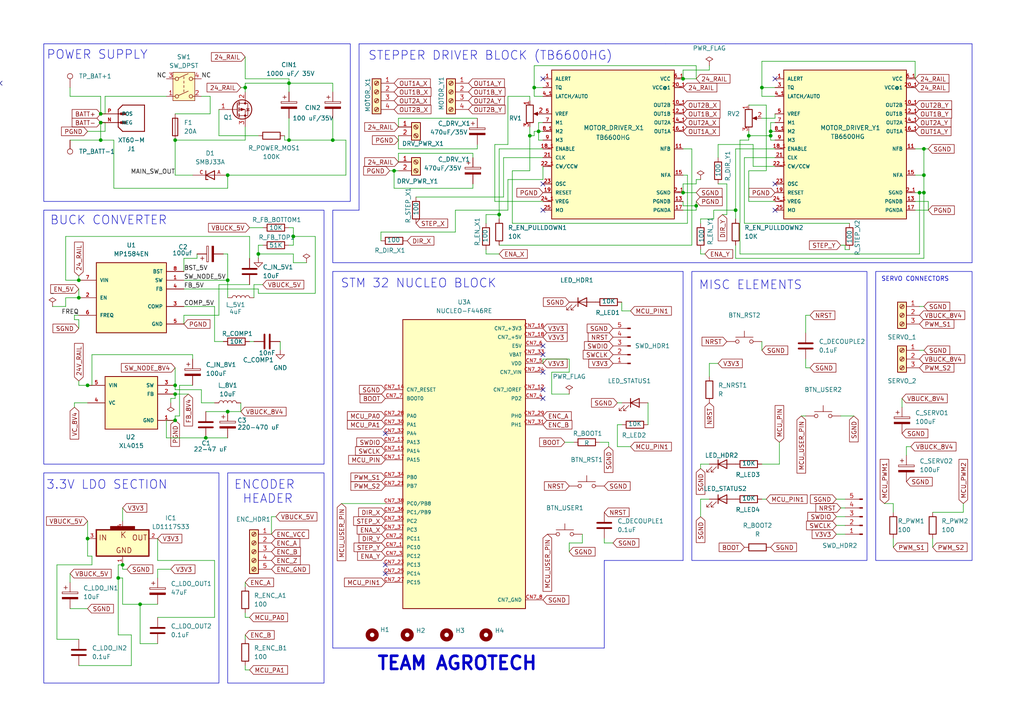
<source format=kicad_sch>
(kicad_sch (version 20231120) (generator "eeschema") (generator_version "8.0")
  (paper "A4")
  (title_block (title "TIFAN") (company "AGROTECH"))
  (junction (at 85.09 68.58))
  (junction (at 267.97 43.18))
  (junction (at 25.4 111.76))
  (junction (at 59.69 127))
  (junction (at 267.97 55.88))
  (junction (at 25.4 156.21))
  (junction (at 213.36 60.96))
  (junction (at 50.8 111.76))
  (junction (at 220.98 25.4))
  (junction (at 223.52 38.1))
  (junction (at 22.86 86.36))
  (junction (at 83.82 40.64))
  (junction (at 201.93 59.69))
  (junction (at 66.04 81.28))
  (junction (at 50.8 114.3))
  (junction (at 267.97 50.8))
  (junction (at 154.94 25.4))
  (junction (at 223.52 39.37))
  (junction (at 96.52 40.64))
  (junction (at 217.17 39.37))
  (junction (at 156.21 38.1))
  (junction (at 40.64 175.26))
  (junction (at 198.12 55.88))
  (junction (at 29.21 35.56))
  (junction (at 29.21 33.02))
  (junction (at 114.3 49.53))
  (junction (at 71.12 25.4))
  (junction (at 29.21 40.64))
  (junction (at 66.04 50.8))
  (junction (at 22.86 81.28))
  (junction (at 144.78 62.23))
  (junction (at 35.56 163.83))
  (junction (at 74.93 73.66))
  (junction (at 198.12 22.86))
  (junction (at 50.8 40.64))
  (junction (at 83.82 24.13))
  (junction (at 153.67 39.37))
  (junction (at 66.04 119.38))
  (junction (at 266.7 55.88))
  (junction (at 50.8 121.92))
  (junction (at 34.29 167.64))
  (no_connect (at -45.72 121.92))
  (no_connect (at -50.8 191.77))
  (no_connect (at -46.99 44.45))
  (no_connect (at -46.99 29.21))
  (no_connect (at -46.99 67.31))
  (no_connect (at -11.43 36.83))
  (no_connect (at -46.99 69.85))
  (no_connect (at -27.94 182.88))
  (no_connect (at -11.43 29.21))
  (no_connect (at -11.43 90.17))
  (no_connect (at -11.43 152.4))
  (no_connect (at 157.48 115.57))
  (no_connect (at -50.8 176.53))
  (no_connect (at -15.24 132.08))
  (no_connect (at -46.99 34.29))
  (no_connect (at -11.43 26.67))
  (no_connect (at -11.43 16.51))
  (no_connect (at 224.79 60.96))
  (no_connect (at -50.8 186.69))
  (no_connect (at -46.99 57.15))
  (no_connect (at -50.8 173.99))
  (no_connect (at -46.99 80.01))
  (no_connect (at -11.43 87.63))
  (no_connect (at -11.43 147.32))
  (no_connect (at -45.72 111.76))
  (no_connect (at -50.8 194.31))
  (no_connect (at -15.24 104.14))
  (no_connect (at -46.99 62.23))
  (no_connect (at -45.72 127))
  (no_connect (at -11.43 165.1))
  (no_connect (at -46.99 31.75))
  (no_connect (at -27.94 193.04))
  (no_connect (at -46.99 77.47))
  (no_connect (at 157.48 53.34))
  (no_connect (at -52.07 160.02))
  (no_connect (at 111.76 125.73))
  (no_connect (at -11.43 34.29))
  (no_connect (at -45.72 114.3))
  (no_connect (at -46.99 74.93))
  (no_connect (at 157.48 113.03))
  (no_connect (at -27.94 185.42))
  (no_connect (at -46.99 52.07))
  (no_connect (at -46.99 82.55))
  (no_connect (at -46.99 41.91))
  (no_connect (at -50.8 181.61))
  (no_connect (at 0 24.13))
  (no_connect (at 111.76 166.37))
  (no_connect (at 157.48 102.87))
  (no_connect (at -46.99 24.13))
  (no_connect (at 111.76 163.83))
  (no_connect (at -11.43 31.75))
  (no_connect (at -52.07 157.48))
  (no_connect (at -11.43 24.13))
  (no_connect (at -45.72 119.38))
  (no_connect (at -27.94 180.34))
  (no_connect (at -45.72 116.84))
  (no_connect (at -46.99 72.39))
  (no_connect (at -46.99 36.83))
  (no_connect (at -50.8 189.23))
  (no_connect (at 157.48 100.33))
  (no_connect (at -45.72 109.22))
  (no_connect (at -46.99 26.67))
  (no_connect (at -27.94 190.5))
  (no_connect (at 224.79 53.34))
  (no_connect (at -46.99 64.77))
  (no_connect (at 157.48 22.86))
  (no_connect (at -11.43 19.05))
  (no_connect (at -46.99 54.61))
  (no_connect (at -46.99 39.37))
  (no_connect (at 157.48 107.95))
  (no_connect (at -27.94 187.96))
  (no_connect (at -50.8 184.15))
  (no_connect (at -46.99 46.99))
  (no_connect (at 224.79 22.86))
  (no_connect (at 157.48 60.96))
  (no_connect (at -11.43 149.86))
  (no_connect (at -46.99 59.69))
  (no_connect (at -45.72 124.46))
  (wire (pts (xy 63.5 82.55) (xy 63.5 91.44)))
  (wire (pts (xy 147.32 52.07) (xy 157.48 52.07)))
  (wire (pts (xy 40.64 186.69) (xy 40.64 175.26)))
  (wire (pts (xy 243.84 147.32) (xy 245.11 147.32)))
  (wire (pts (xy 26.67 163.83) (xy 16.51 163.83)))
  (wire (pts (xy 45.72 186.69) (xy 40.64 186.69)))
  (wire (pts (xy 245.11 149.86) (xy 242.57 149.86)))
  (wire (pts (xy 198.12 55.88) (xy 201.93 55.88)))
  (wire (pts (xy 220.98 25.4) (xy 220.98 17.78)))
  (wire (pts (xy 49.53 165.1) (xy 45.72 165.1)))
  (wire (pts (xy 138.43 43.18) (xy 138.43 41.91)))
  (wire (pts (xy 16.51 163.83) (xy 16.51 185.42)))
  (wire (pts (xy 199.39 50.8) (xy 199.39 64.77)))
  (wire (pts (xy 74.93 74.93) (xy 74.93 73.66)))
  (wire (pts (xy 35.56 163.83) (xy 35.56 165.1)))
  (wire (pts (xy 157.48 35.56) (xy 156.21 35.56)))
  (wire (pts (xy 157.48 48.26) (xy 157.48 52.07)))
  (wire (pts (xy 180.34 90.17) (xy 180.34 87.63)))
  (wire (pts (xy 66.04 73.66) (xy 64.77 73.66)))
  (wire (pts (xy 35.56 175.26) (xy 35.56 167.64)))
  (wire (pts (xy 19.05 88.9) (xy 19.05 86.36)))
  (wire (pts (xy 53.34 78.74) (xy 53.34 74.93)))
  (polyline (pts (xy 96.52 78.74) (xy 198.12 78.74)))
  (wire (pts (xy 205.74 109.22) (xy 205.74 105.41)))
  (wire (pts (xy 245.11 152.4) (xy 242.57 152.4)))
  (wire (pts (xy 62.23 162.56) (xy 62.23 179.07)))
  (wire (pts (xy 256.54 146.05) (xy 259.08 146.05)))
  (wire (pts (xy 115.57 44.45) (xy 115.57 46.99)))
  (wire (pts (xy 198.12 20.32) (xy 198.12 22.86)))
  (polyline (pts (xy 198.12 162.56) (xy 175.26 162.56)))
  (wire (pts (xy 207.01 63.5) (xy 207.01 60.96)))
  (wire (pts (xy 198.12 22.86) (xy 201.93 22.86)))
  (wire (pts (xy 218.44 41.91) (xy 208.28 41.91)))
  (wire (pts (xy 201.93 52.07) (xy 201.93 53.34)))
  (polyline (pts (xy 96.52 78.74) (xy 96.52 187.96)))
  (wire (pts (xy 157.48 25.4) (xy 154.94 25.4)))
  (wire (pts (xy 265.43 43.18) (xy 267.97 43.18)))
  (wire (pts (xy 165.1 157.48) (xy 165.1 160.02)))
  (wire (pts (xy 220.98 17.78) (xy 265.43 17.78)))
  (wire (pts (xy 71.12 168.91) (xy 71.12 170.18)))
  (wire (pts (xy 22.86 193.04) (xy 38.1 193.04)))
  (wire (pts (xy 205.74 144.78) (xy 203.2 144.78)))
  (wire (pts (xy 154.94 38.1) (xy 156.21 38.1)))
  (wire (pts (xy 49.53 115.57) (xy 49.53 116.84)))
  (wire (pts (xy 63.5 39.37) (xy 74.93 39.37)))
  (wire (pts (xy 60.96 27.94) (xy 60.96 33.02)))
  (wire (pts (xy 180.34 123.19) (xy 179.07 123.19)))
  (wire (pts (xy 45.72 156.21) (xy 45.72 162.56)))
  (wire (pts (xy 218.44 48.26) (xy 218.44 41.91)))
  (wire (pts (xy 52.07 111.76) (xy 52.07 120.65)))
  (wire (pts (xy 200.66 43.18) (xy 200.66 71.12)))
  (wire (pts (xy 74.93 83.82) (xy 74.93 85.09)))
  (wire (pts (xy 83.82 22.86) (xy 83.82 24.13)))
  (wire (pts (xy 57.15 74.93) (xy 57.15 73.66)))
  (wire (pts (xy 267.97 43.18) (xy 269.24 43.18)))
  (wire (pts (xy 279.4 148.59) (xy 279.4 146.05)))
  (wire (pts (xy 259.08 156.21) (xy 259.08 158.75)))
  (wire (pts (xy 217.17 58.42) (xy 217.17 49.53)))
  (wire (pts (xy 220.98 101.6) (xy 220.98 99.06)))
  (wire (pts (xy 26.67 102.87) (xy 55.88 102.87)))
  (wire (pts (xy 217.17 40.64) (xy 214.63 40.64)))
  (wire (pts (xy 220.98 134.62) (xy 226.06 134.62)))
  (wire (pts (xy 73.66 82.55) (xy 76.2 82.55)))
  (wire (pts (xy 203.2 52.07) (xy 201.93 52.07)))
  (wire (pts (xy 203.2 73.66) (xy 204.47 73.66)))
  (wire (pts (xy 157.48 43.18) (xy 144.78 43.18)))
  (wire (pts (xy 147.32 60.96) (xy 147.32 52.07)))
  (wire (pts (xy 29.21 40.64) (xy 33.02 40.64)))
  (polyline (pts (xy 175.26 162.56) (xy 175.26 187.96)))
  (wire (pts (xy 154.94 25.4) (xy 154.94 19.05)))
  (wire (pts (xy 215.9 45.72) (xy 215.9 64.77)))
  (wire (pts (xy 35.56 147.32) (xy 35.56 151.13)))
  (wire (pts (xy 198.12 50.8) (xy 199.39 50.8)))
  (wire (pts (xy 29.21 27.94) (xy 29.21 33.02)))
  (wire (pts (xy 224.79 27.94) (xy 220.98 27.94)))
  (wire (pts (xy 153.67 27.94) (xy 147.32 27.94)))
  (wire (pts (xy 29.21 35.56) (xy 29.21 40.64)))
  (wire (pts (xy 96.52 26.67) (xy 96.52 24.13)))
  (wire (pts (xy 113.03 49.53) (xy 114.3 49.53)))
  (wire (pts (xy 201.93 58.42) (xy 201.93 59.69)))
  (wire (pts (xy 72.39 66.04) (xy 76.2 66.04)))
  (wire (pts (xy 233.68 91.44) (xy 234.95 91.44)))
  (wire (pts (xy 157.48 104.14) (xy 165.1 104.14)))
  (wire (pts (xy 38.1 184.15) (xy 34.29 184.15)))
  (wire (pts (xy 267.97 74.93) (xy 267.97 55.88)))
  (wire (pts (xy 80.01 149.86) (xy 78.74 149.86)))
  (wire (pts (xy 50.8 106.68) (xy 50.8 111.76)))
  (wire (pts (xy 265.43 50.8) (xy 267.97 50.8)))
  (wire (pts (xy 261.62 115.57) (xy 261.62 118.11)))
  (wire (pts (xy 26.67 161.29) (xy 25.4 161.29)))
  (wire (pts (xy 201.93 59.69) (xy 201.93 60.96)))
  (wire (pts (xy 34.29 167.64) (xy 34.29 163.83)))
  (wire (pts (xy 217.17 39.37) (xy 223.52 39.37)))
  (wire (pts (xy 82.55 39.37) (xy 82.55 40.64)))
  (wire (pts (xy 16.51 185.42) (xy 22.86 185.42)))
  (wire (pts (xy 179.07 129.54) (xy 182.88 129.54)))
  (wire (pts (xy 55.88 111.76) (xy 52.07 111.76)))
  (wire (pts (xy 72.39 82.55) (xy 63.5 82.55)))
  (wire (pts (xy 62.23 88.9) (xy 62.23 99.06)))
  (wire (pts (xy 62.23 99.06) (xy 64.77 99.06)))
  (wire (pts (xy 25.4 161.29) (xy 25.4 156.21)))
  (wire (pts (xy 45.72 175.26) (xy 40.64 175.26)))
  (wire (pts (xy 223.52 40.64) (xy 224.79 40.64)))
  (wire (pts (xy 132.08 67.31) (xy 110.49 67.31)))
  (wire (pts (xy 153.67 39.37) (xy 154.94 39.37)))
  (wire (pts (xy 267.97 50.8) (xy 267.97 55.88)))
  (wire (pts (xy 265.43 17.78) (xy 265.43 22.86)))
  (wire (pts (xy 203.2 72.39) (xy 203.2 73.66)))
  (wire (pts (xy 50.8 114.3) (xy 54.61 114.3)))
  (wire (pts (xy 144.78 71.12) (xy 200.66 71.12)))
  (wire (pts (xy 222.25 49.53) (xy 222.25 30.48)))
  (wire (pts (xy 138.43 34.29) (xy 115.57 34.29)))
  (wire (pts (xy 157.48 27.94) (xy 154.94 27.94)))
  (wire (pts (xy 245.11 72.39) (xy 246.38 72.39)))
  (wire (pts (xy 114.3 54.61) (xy 137.16 54.61)))
  (wire (pts (xy 166.37 128.27) (xy 163.83 128.27)))
  (wire (pts (xy 22.86 111.76) (xy 25.4 111.76)))
  (wire (pts (xy 30.48 33.02) (xy 30.48 27.94)))
  (wire (pts (xy 201.93 59.69) (xy 198.12 59.69)))
  (wire (pts (xy 156.21 40.64) (xy 157.48 40.64)))
  (wire (pts (xy 154.94 27.94) (xy 154.94 25.4)))
  (wire (pts (xy 26.67 163.83) (xy 26.67 161.29)))
  (wire (pts (xy 132.08 60.96) (xy 132.08 67.31)))
  (wire (pts (xy 156.21 38.1) (xy 156.21 40.64)))
  (wire (pts (xy 157.48 105.41) (xy 157.48 104.14)))
  (wire (pts (xy 99.06 146.05) (xy 111.76 146.05)))
  (wire (pts (xy 53.34 83.82) (xy 74.93 83.82)))
  (wire (pts (xy 267.97 101.6) (xy 266.7 101.6)))
  (wire (pts (xy 269.24 58.42) (xy 269.24 60.96)))
  (wire (pts (xy 40.64 175.26) (xy 35.56 175.26)))
  (wire (pts (xy 53.34 88.9) (xy 62.23 88.9)))
  (wire (pts (xy 213.36 74.93) (xy 267.97 74.93)))
  (wire (pts (xy 83.82 66.04) (xy 85.09 66.04)))
  (polyline (pts (xy 104.14 60.96) (xy 96.52 60.96)))
  (wire (pts (xy 224.79 34.29) (xy 224.79 33.02)))
  (wire (pts (xy 96.52 24.13) (xy 83.82 24.13)))
  (wire (pts (xy 58.42 116.84) (xy 62.23 116.84)))
  (wire (pts (xy 45.72 162.56) (xy 62.23 162.56)))
  (wire (pts (xy 217.17 39.37) (xy 217.17 40.64)))
  (wire (pts (xy 270.51 156.21) (xy 270.51 158.75)))
  (wire (pts (xy 91.44 85.09) (xy 91.44 68.58)))
  (wire (pts (xy 71.12 179.07) (xy 72.39 179.07)))
  (wire (pts (xy 266.7 73.66) (xy 266.7 55.88)))
  (polyline (pts (xy 104.14 12.7) (xy 193.04 12.7)))
  (wire (pts (xy 55.88 102.87) (xy 55.88 104.14)))
  (wire (pts (xy 207.01 60.96) (xy 213.36 60.96)))
  (wire (pts (xy 143.51 58.42) (xy 157.48 58.42)))
  (wire (pts (xy 140.97 73.66) (xy 144.78 73.66)))
  (wire (pts (xy 20.32 27.94) (xy 29.21 27.94)))
  (wire (pts (xy 213.36 43.18) (xy 213.36 60.96)))
  (polyline (pts (xy 96.52 76.2) (xy 281.94 76.2)))
  (wire (pts (xy 19.05 68.58) (xy 72.39 68.58)))
  (wire (pts (xy 71.12 193.04) (xy 71.12 194.31)))
  (wire (pts (xy 259.08 146.05) (xy 259.08 148.59)))
  (wire (pts (xy 265.43 58.42) (xy 269.24 58.42)))
  (wire (pts (xy 34.29 184.15) (xy 34.29 167.64)))
  (wire (pts (xy 201.93 60.96) (xy 198.12 60.96)))
  (wire (pts (xy 22.86 81.28) (xy 19.05 81.28)))
  (wire (pts (xy 182.88 90.17) (xy 180.34 90.17)))
  (wire (pts (xy 85.09 73.66) (xy 74.93 73.66)))
  (wire (pts (xy 154.94 19.05) (xy 201.93 19.05)))
  (wire (pts (xy 205.74 105.41) (xy 208.28 105.41)))
  (wire (pts (xy 33.02 40.64) (xy 33.02 54.61)))
  (wire (pts (xy 223.52 38.1) (xy 224.79 38.1)))
  (wire (pts (xy 50.8 40.64) (xy 50.8 50.8)))
  (wire (pts (xy 198.12 53.34) (xy 198.12 55.88)))
  (wire (pts (xy 66.04 81.28) (xy 66.04 86.36)))
  (wire (pts (xy 217.17 38.1) (xy 217.17 39.37)))
  (wire (pts (xy 22.86 91.44) (xy 21.59 91.44)))
  (wire (pts (xy 147.32 41.91) (xy 143.51 41.91)))
  (wire (pts (xy 203.2 134.62) (xy 203.2 135.89)))
  (wire (pts (xy 137.16 53.34) (xy 137.16 54.61)))
  (wire (pts (xy 35.56 167.64) (xy 34.29 167.64)))
  (polyline (pts (xy 193.04 12.7) (xy 281.94 12.7)))
  (wire (pts (xy 59.69 119.38) (xy 66.04 119.38)))
  (wire (pts (xy 66.04 50.8) (xy 100.33 50.8)))
  (wire (pts (xy 215.9 64.77) (xy 246.38 64.77)))
  (wire (pts (xy 114.3 49.53) (xy 115.57 49.53)))
  (polyline (pts (xy 281.94 76.2) (xy 281.94 12.7)))
  (wire (pts (xy 115.57 43.18) (xy 115.57 39.37)))
  (wire (pts (xy 146.05 45.72) (xy 157.48 45.72)))
  (wire (pts (xy 21.59 92.71) (xy 22.86 92.71)))
  (wire (pts (xy 29.21 33.02) (xy 30.48 33.02)))
  (wire (pts (xy 173.99 128.27) (xy 176.53 128.27)))
  (wire (pts (xy 146.05 45.72) (xy 146.05 57.15)))
  (wire (pts (xy 66.04 127) (xy 59.69 127)))
  (wire (pts (xy 213.36 43.18) (xy 224.79 43.18)))
  (polyline (pts (xy 198.12 78.74) (xy 198.12 162.56)))
  (wire (pts (xy 85.09 76.2) (xy 85.09 73.66)))
  (wire (pts (xy 147.32 60.96) (xy 132.08 60.96)))
  (wire (pts (xy 153.67 49.53) (xy 148.59 49.53)))
  (wire (pts (xy 220.98 34.29) (xy 224.79 34.29)))
  (wire (pts (xy 222.25 30.48) (xy 217.17 30.48)))
  (wire (pts (xy 147.32 27.94) (xy 147.32 41.91)))
  (wire (pts (xy 153.67 36.83) (xy 153.67 39.37)))
  (wire (pts (xy 60.96 33.02) (xy 50.8 33.02)))
  (wire (pts (xy 63.5 31.75) (xy 63.5 39.37)))
  (wire (pts (xy 110.49 67.31) (xy 110.49 69.85)))
  (wire (pts (xy 25.4 151.13) (xy 25.4 156.21)))
  (wire (pts (xy 50.8 40.64) (xy 71.12 40.64)))
  (wire (pts (xy 78.74 149.86) (xy 78.74 154.94)))
  (wire (pts (xy 267.97 88.9) (xy 266.7 88.9)))
  (wire (pts (xy 30.48 35.56) (xy 29.21 35.56)))
  (wire (pts (xy 22.86 92.71) (xy 22.86 95.25)))
  (wire (pts (xy 100.33 40.64) (xy 96.52 40.64)))
  (wire (pts (xy 25.4 111.76) (xy 26.67 111.76)))
  (wire (pts (xy 153.67 29.21) (xy 153.67 27.94)))
  (wire (pts (xy 203.2 63.5) (xy 207.01 63.5)))
  (wire (pts (xy 154.94 38.1) (xy 154.94 39.37)))
  (wire (pts (xy 262.89 129.54) (xy 264.16 129.54)))
  (wire (pts (xy 137.16 45.72) (xy 137.16 44.45)))
  (wire (pts (xy 140.97 64.77) (xy 140.97 62.23)))
  (wire (pts (xy 218.44 48.26) (xy 224.79 48.26)))
  (wire (pts (xy 233.68 106.68) (xy 234.95 106.68)))
  (wire (pts (xy 71.12 40.64) (xy 71.12 36.83)))
  (wire (pts (xy 71.12 177.8) (xy 71.12 179.07)))
  (wire (pts (xy 214.63 40.64) (xy 214.63 73.66)))
  (wire (pts (xy 165.1 104.14) (xy 165.1 107.95)))
  (wire (pts (xy 50.8 113.03) (xy 58.42 113.03)))
  (wire (pts (xy 176.53 128.27) (xy 176.53 129.54)))
  (wire (pts (xy 267.97 43.18) (xy 267.97 50.8)))
  (wire (pts (xy 201.93 53.34) (xy 198.12 53.34)))
  (wire (pts (xy 53.34 81.28) (xy 66.04 81.28)))
  (wire (pts (xy 198.12 59.69) (xy 198.12 58.42)))
  (wire (pts (xy 76.2 71.12) (xy 74.93 71.12)))
  (wire (pts (xy 53.34 74.93) (xy 57.15 74.93)))
  (wire (pts (xy 25.4 116.84) (xy 21.59 116.84)))
  (wire (pts (xy 203.2 64.77) (xy 203.2 63.5)))
  (wire (pts (xy 71.12 25.4) (xy 71.12 26.67)))
  (wire (pts (xy 187.96 116.84) (xy 187.96 123.19)))
  (wire (pts (xy 243.84 71.12) (xy 245.11 71.12)))
  (wire (pts (xy 223.52 39.37) (xy 223.52 40.64)))
  (wire (pts (xy 220.98 144.78) (xy 222.25 144.78)))
  (wire (pts (xy 208.28 41.91) (xy 208.28 45.72)))
  (wire (pts (xy 83.82 40.64) (xy 83.82 34.29)))
  (wire (pts (xy 74.93 85.09) (xy 91.44 85.09)))
  (wire (pts (xy 224.79 25.4) (xy 220.98 25.4)))
  (wire (pts (xy 201.93 19.05) (xy 201.93 22.86)))
  (wire (pts (xy 71.12 16.51) (xy 71.12 22.86)))
  (wire (pts (xy 33.02 54.61) (xy 66.04 54.61)))
  (wire (pts (xy 69.85 25.4) (xy 71.12 25.4)))
  (wire (pts (xy 22.86 110.49) (xy 22.86 111.76)))
  (wire (pts (xy 233.68 96.52) (xy 233.68 91.44)))
  (wire (pts (xy 62.23 179.07) (xy 45.72 179.07)))
  (wire (pts (xy 19.05 81.28) (xy 19.05 68.58)))
  (wire (pts (xy 262.89 132.08) (xy 262.89 129.54)))
  (polyline (pts (xy 96.52 60.96) (xy 96.52 76.2)))
  (wire (pts (xy 35.56 165.1) (xy 36.83 165.1)))
  (wire (pts (xy 175.26 156.21) (xy 175.26 157.48)))
  (wire (pts (xy 156.21 38.1) (xy 157.48 38.1)))
  (wire (pts (xy 148.59 64.77) (xy 199.39 64.77)))
  (wire (pts (xy 100.33 50.8) (xy 100.33 40.64)))
  (wire (pts (xy 34.29 163.83) (xy 35.56 163.83)))
  (wire (pts (xy 20.32 166.37) (xy 20.32 168.91)))
  (wire (pts (xy 83.82 40.64) (xy 96.52 40.64)))
  (wire (pts (xy 223.52 35.56) (xy 223.52 38.1)))
  (wire (pts (xy 144.78 43.18) (xy 144.78 62.23)))
  (wire (pts (xy 224.79 45.72) (xy 215.9 45.72)))
  (wire (pts (xy 143.51 41.91) (xy 143.51 58.42)))
  (wire (pts (xy 20.32 25.4) (xy 20.32 27.94)))
  (wire (pts (xy 85.09 66.04) (xy 85.09 68.58)))
  (wire (pts (xy 168.91 157.48) (xy 165.1 157.48)))
  (wire (pts (xy 83.82 24.13) (xy 83.82 26.67)))
  (wire (pts (xy 140.97 62.23) (xy 144.78 62.23)))
  (wire (pts (xy 144.78 62.23) (xy 144.78 63.5)))
  (wire (pts (xy 81.28 101.6) (xy 81.28 99.06)))
  (wire (pts (xy 213.36 63.5) (xy 213.36 60.96)))
  (wire (pts (xy 71.12 184.15) (xy 71.12 185.42)))
  (wire (pts (xy 265.43 60.96) (xy 269.24 60.96)))
  (wire (pts (xy 20.32 40.64) (xy 29.21 40.64)))
  (wire (pts (xy 156.21 35.56) (xy 156.21 38.1)))
  (wire (pts (xy 85.09 68.58) (xy 85.09 71.12)))
  (wire (pts (xy 48.26 121.92) (xy 50.8 121.92)))
  (wire (pts (xy 50.8 114.3) (xy 50.8 115.57)))
  (wire (pts (xy 19.05 86.36) (xy 22.86 86.36)))
  (wire (pts (xy 148.59 49.53) (xy 148.59 64.77)))
  (wire (pts (xy 224.79 58.42) (xy 217.17 58.42)))
  (wire (pts (xy 245.11 71.12) (xy 245.11 72.39)))
  (wire (pts (xy 179.07 123.19) (xy 179.07 129.54)))
  (wire (pts (xy 71.12 24.13) (xy 83.82 24.13)))
  (wire (pts (xy 50.8 115.57) (xy 49.53 115.57)))
  (wire (pts (xy 59.69 127) (xy 48.26 127)))
  (wire (pts (xy 50.8 120.65) (xy 50.8 121.92)))
  (wire (pts (xy 30.48 38.1) (xy 30.48 35.56)))
  (wire (pts (xy 115.57 34.29) (xy 115.57 36.83)))
  (wire (pts (xy 205.74 19.05) (xy 205.74 20.32)))
  (wire (pts (xy 71.12 194.31) (xy 72.39 194.31)))
  (wire (pts (xy 52.07 120.65) (xy 50.8 120.65)))
  (wire (pts (xy 146.05 57.15) (xy 120.65 57.15)))
  (wire (pts (xy 73.66 86.36) (xy 73.66 82.55)))
  (wire (pts (xy 168.91 154.94) (xy 168.91 157.48)))
  (wire (pts (xy 137.16 44.45) (xy 115.57 44.45)))
  (wire (pts (xy 63.5 91.44) (xy 53.34 91.44)))
  (wire (pts (xy 160.02 114.3) (xy 165.1 114.3)))
  (wire (pts (xy 217.17 49.53) (xy 222.25 49.53)))
  (wire (pts (xy 88.9 76.2) (xy 85.09 76.2)))
  (wire (pts (xy 50.8 111.76) (xy 50.8 113.03)))
  (wire (pts (xy 209.55 62.23) (xy 210.82 62.23)))
  (wire (pts (xy 203.2 144.78) (xy 203.2 149.86)))
  (wire (pts (xy 38.1 193.04) (xy 38.1 184.15)))
  (wire (pts (xy 69.85 119.38) (xy 66.04 119.38)))
  (wire (pts (xy 175.26 157.48) (xy 177.8 157.48)))
  (wire (pts (xy 72.39 68.58) (xy 72.39 74.93)))
  (wire (pts (xy 165.1 107.95) (xy 160.02 107.95)))
  (wire (pts (xy 30.48 27.94) (xy 48.26 27.94)))
  (wire (pts (xy 66.04 81.28) (xy 66.04 73.66)))
  (wire (pts (xy 210.82 53.34) (xy 210.82 62.23)))
  (wire (pts (xy 270.51 148.59) (xy 279.4 148.59)))
  (wire (pts (xy 213.36 74.93) (xy 213.36 71.12)))
  (wire (pts (xy 15.24 88.9) (xy 19.05 88.9)))
  (wire (pts (xy 25.4 38.1) (xy 30.48 38.1)))
  (wire (pts (xy 20.32 176.53) (xy 25.4 176.53)))
  (wire (pts (xy 48.26 127) (xy 48.26 121.92)))
  (wire (pts (xy 66.04 54.61) (xy 66.04 50.8)))
  (wire (pts (xy 198.12 43.18) (xy 200.66 43.18)))
  (wire (pts (xy 224.79 35.56) (xy 223.52 35.56)))
  (wire (pts (xy 53.34 91.44) (xy 53.34 93.98)))
  (wire (pts (xy 50.8 50.8) (xy 55.88 50.8)))
  (wire (pts (xy 21.59 116.84) (xy 21.59 118.11)))
  (wire (pts (xy 179.07 116.84) (xy 180.34 116.84)))
  (polyline (pts (xy 175.26 187.96) (xy 96.52 187.96)))
  (wire (pts (xy 232.41 120.65) (xy 233.68 120.65)))
  (wire (pts (xy 243.84 120.65) (xy 247.65 120.65)))
  (wire (pts (xy 21.59 91.44) (xy 21.59 92.71)))
  (wire (pts (xy 214.63 73.66) (xy 266.7 73.66)))
  (polyline (pts (xy 104.14 12.7) (xy 104.14 60.96)))
  (wire (pts (xy 58.42 27.94) (xy 60.96 27.94)))
  (wire (pts (xy 205.74 134.62) (xy 203.2 134.62)))
  (wire (pts (xy 72.39 99.06) (xy 73.66 99.06)))
  (wire (pts (xy 220.98 27.94) (xy 220.98 25.4)))
  (wire (pts (xy 160.02 107.95) (xy 160.02 114.3)))
  (wire (pts (xy 71.12 24.13) (xy 71.12 25.4)))
  (wire (pts (xy 140.97 72.39) (xy 140.97 73.66)))
  (wire (pts (xy 22.86 80.01) (xy 22.86 81.28)))
  (wire (pts (xy 91.44 68.58) (xy 85.09 68.58)))
  (wire (pts (xy 223.52 38.1) (xy 223.52 39.37)))
  (wire (pts (xy 82.55 40.64) (xy 83.82 40.64)))
  (wire (pts (xy 226.06 128.27) (xy 226.06 134.62)))
  (wire (pts (xy 69.85 116.84) (xy 69.85 119.38)))
  (wire (pts (xy 208.28 53.34) (xy 210.82 53.34)))
  (wire (pts (xy 45.72 165.1) (xy 45.72 167.64)))
  (wire (pts (xy 74.93 71.12) (xy 74.93 73.66)))
  (wire (pts (xy 245.11 144.78) (xy 242.57 144.78)))
  (wire (pts (xy 245.11 154.94) (xy 242.57 154.94)))
  (wire (pts (xy 71.12 22.86) (xy 83.82 22.86)))
  (wire (pts (xy 115.57 43.18) (xy 138.43 43.18)))
  (wire (pts (xy 26.67 111.76) (xy 26.67 102.87)))
  (wire (pts (xy 96.52 40.64) (xy 96.52 34.29)))
  (wire (pts (xy 85.09 71.12) (xy 83.82 71.12)))
  (wire (pts (xy 153.67 39.37) (xy 153.67 49.53)))
  (wire (pts (xy 266.7 55.88) (xy 265.43 55.88)))
  (wire (pts (xy 114.3 54.61) (xy 114.3 49.53)))
  (wire (pts (xy 22.86 83.82) (xy 22.86 86.36)))
  (wire (pts (xy 58.42 113.03) (xy 58.42 116.84)))
  (wire (pts (xy 205.74 20.32) (xy 198.12 20.32)))
  (wire (pts (xy 233.68 104.14) (xy 233.68 106.68)))
  (wire (pts (xy 267.97 55.88) (xy 266.7 55.88)))
  (rectangle (start 12.7 12.7) (end 101.6 58.42))
  (rectangle (start 12.7 60.96) (end 93.98 134.62))
  (rectangle (start -60.96 -5.08) (end 302.26 215.9))
  (rectangle (start -55.88 0) (end -5.08 210.82))
  (rectangle (start 254 78.74) (end 281.94 162.56))
  (rectangle (start 12.7 137.16) (end 63.5 198.12))
  (rectangle (start 200.66 78.74) (end 251.46 162.56))
  (rectangle (start 66.04 137.16) (end 93.98 198.12))
  (text "STEPPER DRIVER BLOCK (TB6600HG)" (at 142.24 16.256 0) (effects (font (size 2.54 2.54))))
  (text "SERVO CONNECTORS" (at 265.43 81.026 0) (effects (font (size 1.27 1.27))))
  (text "POWER SUPPLY" (at 28.194 16.002 0) (effects (font (size 2.54 2.54))))
  (text "BUCK CONVERTER\n" (at 31.496 64.008 0) (effects (font (size 2.54 2.54))))
  (text "3.3V LDO SECTION\n" (at 30.988 140.716 0) (effects (font (size 2.54 2.54))))
  (text "TEAM AGROTECH\n" (at 132.588 192.532 0) (effects (font (size 3.81 3.81) (thickness 0.762) (bold yes))))
  (text "ENCODER\n HEADER" (at 76.708 142.748 0) (effects (font (size 2.54 2.54))))
  (text "MISC ELEMENTS\n" (at 217.678 82.804 0) (effects (font (size 2.54 2.54))))
  (text "STM 32 NUCLEO BLOCK" (at 121.412 82.296 0) (effects (font (size 2.54 2.54))))
  (label "NC" (at 58.42 22.86 0))
  (label "FREQ" (at 22.86 91.44 180))
  (label "NC" (at 48.26 22.86 180))
  (label "SW_NODE_5V" (at 53.34 81.28 0))
  (label "MAIN_SW_OUT" (at 50.8 50.8 180))
  (label "BST_5V" (at 53.34 78.74 0))
  (label "COMP_5V" (at 53.34 88.9 0))
  (label "FB_5V" (at 53.34 83.82 0))
  (global_label "SGND" (shape input) (at 203.2 135.89 270) (property "Intersheetrefs" "${INTERSHEET_REFS}" (effects (hide yes))))
  (global_label "PGND" (shape input) (at 53.34 93.98 0) (property "Intersheetrefs" "${INTERSHEET_REFS}" (effects (hide yes))))
  (global_label "PGND" (shape input) (at 113.03 49.53 180) (property "Intersheetrefs" "${INTERSHEET_REFS}" (effects (hide yes))))
  (global_label "V3V3" (shape input) (at 45.72 156.21 0) (property "Intersheetrefs" "${INTERSHEET_REFS}" (effects (hide yes))))
  (global_label "SGND" (shape input) (at 261.62 125.73 0) (property "Intersheetrefs" "${INTERSHEET_REFS}" (effects (hide yes))))
  (global_label "MCU_PIN1" (shape input) (at 111.76 168.91 180) (property "Intersheetrefs" "${INTERSHEET_REFS}" (effects (hide yes))))
  (global_label "SWDIO" (shape input) (at 111.76 128.27 180) (property "Intersheetrefs" "${INTERSHEET_REFS}" (effects (hide yes))))
  (global_label "SGND" (shape input) (at 22.86 95.25 180) (property "Intersheetrefs" "${INTERSHEET_REFS}" (effects (hide yes))))
  (global_label "VBUCK_8V4" (shape input) (at 266.7 91.44 0) (property "Intersheetrefs" "${INTERSHEET_REFS}" (effects (hide yes))))
  (global_label "OUT2A_Y" (shape input) (at 265.43 35.56 0) (property "Intersheetrefs" "${INTERSHEET_REFS}" (effects (hide yes))))
  (global_label "24V_RAIL" (shape input) (at 22.86 110.49 90) (property "Intersheetrefs" "${INTERSHEET_REFS}" (effects (hide yes))))
  (global_label "OUT2A_X" (shape input) (at 114.3 29.21 0) (property "Intersheetrefs" "${INTERSHEET_REFS}" (effects (hide yes))))
  (global_label "MCU_PIN1" (shape input) (at 182.88 129.54 0) (property "Intersheetrefs" "${INTERSHEET_REFS}" (effects (hide yes))))
  (global_label "SGND" (shape input) (at 267.97 88.9 0) (property "Intersheetrefs" "${INTERSHEET_REFS}" (effects (hide yes))))
  (global_label "MCU_USER_PIN" (shape input) (at 158.75 154.94 270) (property "Intersheetrefs" "${INTERSHEET_REFS}" (effects (hide yes))))
  (global_label "MCU_PA1" (shape input) (at 72.39 194.31 0) (property "Intersheetrefs" "${INTERSHEET_REFS}" (effects (hide yes))))
  (global_label "SGND" (shape input) (at 262.89 139.7 0) (property "Intersheetrefs" "${INTERSHEET_REFS}" (effects (hide yes))))
  (global_label "ENA_Y" (shape input) (at 111.76 161.29 180) (property "Intersheetrefs" "${INTERSHEET_REFS}" (effects (hide yes))))
  (global_label "ENC_A" (shape input) (at 78.74 157.48 0) (property "Intersheetrefs" "${INTERSHEET_REFS}" (effects (hide yes))))
  (global_label "ENC_VCC" (shape input) (at 78.74 154.94 0) (property "Intersheetrefs" "${INTERSHEET_REFS}" (effects (hide yes))))
  (global_label "SW_NODE_8V4" (shape input) (at 50.8 106.68 180) (property "Intersheetrefs" "${INTERSHEET_REFS}" (effects (hide yes))))
  (global_label "VBUCK_5V" (shape input) (at 72.39 66.04 180) (property "Intersheetrefs" "${INTERSHEET_REFS}" (effects (hide yes))))
  (global_label "SGND" (shape input) (at 247.65 120.65 270) (property "Intersheetrefs" "${INTERSHEET_REFS}" (effects (hide yes))))
  (global_label "STEP_X" (shape input) (at 120.65 64.77 0) (property "Intersheetrefs" "${INTERSHEET_REFS}" (effects (hide yes))))
  (global_label "SGND" (shape input) (at 157.48 173.99 0) (property "Intersheetrefs" "${INTERSHEET_REFS}" (effects (hide yes))))
  (global_label "MCU_PWM2" (shape input) (at 279.4 146.05 90) (property "Intersheetrefs" "${INTERSHEET_REFS}" (effects (hide yes))))
  (global_label "ENC_Z" (shape input) (at 78.74 162.56 0) (property "Intersheetrefs" "${INTERSHEET_REFS}" (effects (hide yes))))
  (global_label "SGND" (shape input) (at 111.76 113.03 180) (property "Intersheetrefs" "${INTERSHEET_REFS}" (effects (hide yes))))
  (global_label "BOOT" (shape input) (at 111.76 115.57 180) (property "Intersheetrefs" "${INTERSHEET_REFS}" (effects (hide yes))))
  (global_label "MCU_PIN" (shape input) (at 226.06 128.27 90) (property "Intersheetrefs" "${INTERSHEET_REFS}" (effects (hide yes))))
  (global_label "SGND" (shape input) (at 201.93 55.88 0) (property "Intersheetrefs" "${INTERSHEET_REFS}" (effects (hide yes))))
  (global_label "NRST" (shape input) (at 165.1 140.97 180) (property "Intersheetrefs" "${INTERSHEET_REFS}" (effects (hide yes))))
  (global_label "SGND" (shape input) (at 267.97 101.6 0) (property "Intersheetrefs" "${INTERSHEET_REFS}" (effects (hide yes))))
  (global_label "FB_8V4" (shape input) (at 54.61 114.3 270) (property "Intersheetrefs" "${INTERSHEET_REFS}" (effects (hide yes))))
  (global_label "SGND" (shape input) (at 223.52 158.75 0) (property "Intersheetrefs" "${INTERSHEET_REFS}" (effects (hide yes))))
  (global_label "NRST" (shape input) (at 175.26 148.59 0) (property "Intersheetrefs" "${INTERSHEET_REFS}" (effects (hide yes))))
  (global_label "MCU_PWM1" (shape input) (at 256.54 146.05 90) (property "Intersheetrefs" "${INTERSHEET_REFS}" (effects (hide yes))))
  (global_label "SGND" (shape input) (at 36.83 165.1 0) (property "Intersheetrefs" "${INTERSHEET_REFS}" (effects (hide yes))))
  (global_label "SGND" (shape input) (at 25.4 176.53 0) (property "Intersheetrefs" "${INTERSHEET_REFS}" (effects (hide yes))))
  (global_label "V3V3" (shape input) (at 208.28 105.41 0) (property "Intersheetrefs" "${INTERSHEET_REFS}" (effects (hide yes))))
  (global_label "V3V3" (shape input) (at 157.48 97.79 0) (property "Intersheetrefs" "${INTERSHEET_REFS}" (effects (hide yes))))
  (global_label "ENC_B" (shape input) (at 157.48 123.19 0) (property "Intersheetrefs" "${INTERSHEET_REFS}" (effects (hide yes))))
  (global_label "PGND" (shape input) (at 115.57 40.64 180) (property "Intersheetrefs" "${INTERSHEET_REFS}" (effects (hide yes))))
  (global_label "BATT-" (shape input) (at 29.21 35.56 180) (property "Intersheetrefs" "${INTERSHEET_REFS}" (effects (hide yes))))
  (global_label "VBUCK_8V4" (shape input) (at 266.7 104.14 0) (property "Intersheetrefs" "${INTERSHEET_REFS}" (effects (hide yes))))
  (global_label "ENC_B" (shape input) (at 71.12 184.15 0) (property "Intersheetrefs" "${INTERSHEET_REFS}" (effects (hide yes))))
  (global_label "SGND" (shape input) (at 165.1 87.63 180) (property "Intersheetrefs" "${INTERSHEET_REFS}" (effects (hide yes))))
  (global_label "24_RAIL" (shape input) (at 71.12 16.51 180) (property "Intersheetrefs" "${INTERSHEET_REFS}" (effects (hide yes))))
  (global_label "SWCLK" (shape input) (at 242.57 152.4 180) (property "Intersheetrefs" "${INTERSHEET_REFS}" (effects (hide yes))))
  (global_label "SGND" (shape input) (at 176.53 129.54 270) (property "Intersheetrefs" "${INTERSHEET_REFS}" (effects (hide yes))))
  (global_label "24_RAIL" (shape input) (at 115.57 36.83 180) (property "Intersheetrefs" "${INTERSHEET_REFS}" (effects (hide yes))))
  (global_label "24_RAIL" (shape input) (at 198.12 25.4 0) (property "Intersheetrefs" "${INTERSHEET_REFS}" (effects (hide yes))))
  (global_label "SGND" (shape input) (at 220.98 101.6 0) (property "Intersheetrefs" "${INTERSHEET_REFS}" (effects (hide yes))))
  (global_label "SWDIO" (shape input) (at 177.8 100.33 180) (property "Intersheetrefs" "${INTERSHEET_REFS}" (effects (hide yes))))
  (global_label "NRST" (shape input) (at 177.8 97.79 180) (property "Intersheetrefs" "${INTERSHEET_REFS}" (effects (hide yes))))
  (global_label "OUT1B_Y" (shape input) (at 265.43 33.02 0) (property "Intersheetrefs" "${INTERSHEET_REFS}" (effects (hide yes))))
  (global_label "VBUCK_8V4" (shape input) (at 69.85 119.38 0) (property "Intersheetrefs" "${INTERSHEET_REFS}" (effects (hide yes))))
  (global_label "BATT+" (shape input) (at 29.21 33.02 180) (property "Intersheetrefs" "${INTERSHEET_REFS}" (effects (hide yes))))
  (global_label "PGND" (shape input) (at 157.48 55.88 180) (property "Intersheetrefs" "${INTERSHEET_REFS}" (effects (hide yes))))
  (global_label "VBUCK_8V4" (shape input) (at 261.62 115.57 0) (property "Intersheetrefs" "${INTERSHEET_REFS}" (effects (hide yes))))
  (global_label "OUT2B_Y" (shape input) (at 265.43 30.48 0) (property "Intersheetrefs" "${INTERSHEET_REFS}" (effects (hide yes))))
  (global_label "PGND" (shape input) (at 25.4 38.1 180) (property "Intersheetrefs" "${INTERSHEET_REFS}" (effects (hide yes))))
  (global_label "EN_5V" (shape input) (at 22.86 83.82 180) (property "Intersheetrefs" "${INTERSHEET_REFS}" (effects (hide yes))))
  (global_label "OUT2A_X" (shape input) (at 198.12 35.56 0) (property "Intersheetrefs" "${INTERSHEET_REFS}" (effects (hide yes))))
  (global_label "ENA_X" (shape input) (at 111.76 153.67 180) (property "Intersheetrefs" "${INTERSHEET_REFS}" (effects (hide yes))))
  (global_label "OUT1A_X" (shape input) (at 114.3 24.13 0) (property "Intersheetrefs" "${INTERSHEET_REFS}" (effects (hide yes))))
  (global_label "24_RAIL" (shape input) (at 69.85 25.4 180) (property "Intersheetrefs" "${INTERSHEET_REFS}" (effects (hide yes))))
  (global_label "PWM_S1" (shape input) (at 259.08 158.75 0) (property "Intersheetrefs" "${INTERSHEET_REFS}" (effects (hide yes))))
  (global_label "OUT2B_X" (shape input) (at 114.3 31.75 0) (property "Intersheetrefs" "${INTERSHEET_REFS}" (effects (hide yes))))
  (global_label "24_RAIL" (shape input) (at 22.86 80.01 90) (property "Intersheetrefs" "${INTERSHEET_REFS}" (effects (hide yes))))
  (global_label "SGND" (shape input) (at 203.2 149.86 270) (property "Intersheetrefs" "${INTERSHEET_REFS}" (effects (hide yes))))
  (global_label "V3V3" (shape input) (at 242.57 154.94 180) (property "Intersheetrefs" "${INTERSHEET_REFS}" (effects (hide yes))))
  (global_label "NRST" (shape input) (at 234.95 91.44 0) (property "Intersheetrefs" "${INTERSHEET_REFS}" (effects (hide yes))))
  (global_label "PGND" (shape input) (at 269.24 60.96 0) (property "Intersheetrefs" "${INTERSHEET_REFS}" (effects (hide yes))))
  (global_label "MCU_PIN" (shape input) (at 111.76 133.35 180) (property "Intersheetrefs" "${INTERSHEET_REFS}" (effects (hide yes))))
  (global_label "OUT1A_Y" (shape input) (at 265.43 38.1 0) (property "Intersheetrefs" "${INTERSHEET_REFS}" (effects (hide yes))))
  (global_label "SGND" (shape input) (at 165.1 160.02 0) (property "Intersheetrefs" "${INTERSHEET_REFS}" (effects (hide yes))))
  (global_label "MCU_USER_PIN" (shape input) (at 99.06 146.05 270) (property "Intersheetrefs" "${INTERSHEET_REFS}" (effects (hide yes))))
  (global_label "PWM_S2" (shape input) (at 266.7 106.68 0) (property "Intersheetrefs" "${INTERSHEET_REFS}" (effects (hide yes))))
  (global_label "24_RAIL" (shape input) (at 115.57 46.99 180) (property "Intersheetrefs" "${INTERSHEET_REFS}" (effects (hide yes))))
  (global_label "SGND" (shape input) (at 179.07 116.84 180) (property "Intersheetrefs" "${INTERSHEET_REFS}" (effects (hide yes))))
  (global_label "VBUCK_5V" (shape input) (at 20.32 166.37 0) (property "Intersheetrefs" "${INTERSHEET_REFS}" (effects (hide yes))))
  (global_label "PGND" (shape input) (at 201.93 58.42 0) (property "Intersheetrefs" "${INTERSHEET_REFS}" (effects (hide yes))))
  (global_label "ENA_X" (shape input) (at 144.78 73.66 0) (property "Intersheetrefs" "${INTERSHEET_REFS}" (effects (hide yes))))
  (global_label "OUT1A_Y" (shape input) (at 135.89 24.13 0) (property "Intersheetrefs" "${INTERSHEET_REFS}" (effects (hide yes))))
  (global_label "SGND" (shape input) (at 269.24 43.18 0) (property "Intersheetrefs" "${INTERSHEET_REFS}" (effects (hide yes))))
  (global_label "STEP_X" (shape input) (at 111.76 151.13 180) (property "Intersheetrefs" "${INTERSHEET_REFS}" (effects (hide yes))))
  (global_label "BOOT" (shape input) (at 163.83 128.27 180) (property "Intersheetrefs" "${INTERSHEET_REFS}" (effects (hide yes))))
  (global_label "VBUCK_5V" (shape input) (at 80.01 149.86 0) (property "Intersheetrefs" "${INTERSHEET_REFS}" (effects (hide yes))))
  (global_label "24_RAIL" (shape input) (at 201.93 22.86 0) (property "Intersheetrefs" "${INTERSHEET_REFS}" (effects (hide yes))))
  (global_label "PWM_S2" (shape input) (at 270.51 158.75 0) (property "Intersheetrefs" "${INTERSHEET_REFS}" (effects (hide yes))))
  (global_label "MCU_PA1" (shape input) (at 111.76 123.19 180) (property "Intersheetrefs" "${INTERSHEET_REFS}" (effects (hide yes))))
  (global_label "VC_8V4" (shape input) (at 21.59 118.11 270) (property "Intersheetrefs" "${INTERSHEET_REFS}" (effects (hide yes))))
  (global_label "STEP_Y" (shape input) (at 111.76 158.75 180) (property "Intersheetrefs" "${INTERSHEET_REFS}" (effects (hide yes))))
  (global_label "OUT1B_X" (shape input) (at 114.3 26.67 0) (property "Intersheetrefs" "${INTERSHEET_REFS}" (effects (hide yes))))
  (global_label "DIR_Y" (shape input) (at 111.76 156.21 180) (property "Intersheetrefs" "${INTERSHEET_REFS}" (effects (hide yes))))
  (global_label "PWM_S2" (shape input) (at 111.76 140.97 180) (property "Intersheetrefs" "${INTERSHEET_REFS}" (effects (hide yes))))
  (global_label "OUT1A_X" (shape input) (at 198.12 38.1 0) (property "Intersheetrefs" "${INTERSHEET_REFS}" (effects (hide yes))))
  (global_label "MCU_PA0" (shape input) (at 111.76 120.65 180) (property "Intersheetrefs" "${INTERSHEET_REFS}" (effects (hide yes))))
  (global_label "OUT1B_Y" (shape input) (at 135.89 26.67 0) (property "Intersheetrefs" "${INTERSHEET_REFS}" (effects (hide yes))))
  (global_label "SWCLK" (shape input) (at 177.8 102.87 180) (property "Intersheetrefs" "${INTERSHEET_REFS}" (effects (hide yes))))
  (global_label "24_RAIL" (shape input) (at 265.43 25.4 0) (property "Intersheetrefs" "${INTERSHEET_REFS}" (effects (hide yes))))
  (global_label "ENC_A" (shape input) (at 157.48 120.65 0) (property "Intersheetrefs" "${INTERSHEET_REFS}" (effects (hide yes))))
  (global_label "NRST" (shape input) (at 210.82 99.06 180) (property "Intersheetrefs" "${INTERSHEET_REFS}" (effects (hide yes))))
  (global_label "VBUCK_8V4" (shape input) (at 264.16 129.54 0) (property "Intersheetrefs" "${INTERSHEET_REFS}" (effects (hide yes))))
  (global_label "MCU_PIN1" (shape input) (at 222.25 144.78 0) (property "Intersheetrefs" "${INTERSHEET_REFS}" (effects (hide yes))))
  (global_label "ENC_GND" (shape input) (at 78.74 165.1 0) (property "Intersheetrefs" "${INTERSHEET_REFS}" (effects (hide yes))))
  (global_label "MCU_PIN1" (shape input) (at 182.88 90.17 0) (property "Intersheetrefs" "${INTERSHEET_REFS}" (effects (hide yes))))
  (global_label "PGND" (shape input) (at 50.8 121.92 270) (property "Intersheetrefs" "${INTERSHEET_REFS}" (effects (hide yes))))
  (global_label "V3V3" (shape input) (at 157.48 105.41 0) (property "Intersheetrefs" "${INTERSHEET_REFS}" (effects (hide yes))))
  (global_label "V3V3" (shape input) (at 35.56 147.32 0) (property "Intersheetrefs" "${INTERSHEET_REFS}" (effects (hide yes))))
  (global_label "PGND" (shape input) (at 224.79 55.88 180) (property "Intersheetrefs" "${INTERSHEET_REFS}" (effects (hide yes))))
  (global_label "NRST" (shape input) (at 205.74 116.84 270) (property "Intersheetrefs" "${INTERSHEET_REFS}" (effects (hide yes))))
  (global_label "SWCLK" (shape input) (at 111.76 130.81 180) (property "Intersheetrefs" "${INTERSHEET_REFS}" (effects (hide yes))))
  (global_label "SGND" (shape input) (at 234.95 106.68 0) (property "Intersheetrefs" "${INTERSHEET_REFS}" (effects (hide yes))))
  (global_label "PWM_S1" (shape input) (at 266.7 93.98 0) (property "Intersheetrefs" "${INTERSHEET_REFS}" (effects (hide yes))))
  (global_label "MCU_USER_PIN" (shape input) (at 232.41 120.65 270) (property "Intersheetrefs" "${INTERSHEET_REFS}" (effects (hide yes))))
  (global_label "NRST" (shape input) (at 243.84 147.32 180) (property "Intersheetrefs" "${INTERSHEET_REFS}" (effects (hide yes))))
  (global_label "V3V3" (shape input) (at 177.8 105.41 180) (property "Intersheetrefs" "${INTERSHEET_REFS}" (effects (hide yes))))
  (global_label "24_RAIL" (shape input) (at 265.43 22.86 0) (property "Intersheetrefs" "${INTERSHEET_REFS}" (effects (hide yes))))
  (global_label "SGND" (shape input) (at 242.57 144.78 180) (property "Intersheetrefs" "${INTERSHEET_REFS}" (effects (hide yes))))
  (global_label "OUT2A_Y" (shape input) (at 135.89 29.21 0) (property "Intersheetrefs" "${INTERSHEET_REFS}" (effects (hide yes))))
  (global_label "DIR_Y" (shape input) (at 209.55 62.23 270) (property "Intersheetrefs" "${INTERSHEET_REFS}" (effects (hide yes))))
  (global_label "PWM_S1" (shape input) (at 111.76 138.43 180) (property "Intersheetrefs" "${INTERSHEET_REFS}" (effects (hide yes))))
  (global_label "VBUCK_5V" (shape input) (at 76.2 82.55 0) (property "Intersheetrefs" "${INTERSHEET_REFS}" (effects (hide yes))))
  (global_label "DIR_X" (shape input) (at 118.11 69.85 0) (property "Intersheetrefs" "${INTERSHEET_REFS}" (effects (hide yes))))
  (global_label "ENC_A" (shape input) (at 71.12 168.91 0) (property "Intersheetrefs" "${INTERSHEET_REFS}" (effects (hide yes))))
  (global_label "SGND" (shape input) (at 175.26 140.97 0) (property "Intersheetrefs" "${INTERSHEET_REFS}" (effects (hide yes))))
  (global_label "OUT2B_X" (shape input) (at 198.12 30.48 0) (property "Intersheetrefs" "${INTERSHEET_REFS}" (effects (hide yes))))
  (global_label "VBUCK_5V" (shape input) (at 25.4 151.13 180) (property "Intersheetrefs" "${INTERSHEET_REFS}" (effects (hide yes))))
  (global_label "V3V3" (shape input) (at 157.48 95.25 0) (property "Intersheetrefs" "${INTERSHEET_REFS}" (effects (hide yes))))
  (global_label "BOOT" (shape input) (at 215.9 158.75 180) (property "Intersheetrefs" "${INTERSHEET_REFS}" (effects (hide yes))))
  (global_label "STEP_Y" (shape input) (at 243.84 71.12 180) (property "Intersheetrefs" "${INTERSHEET_REFS}" (effects (hide yes))))
  (global_label "V3V3" (shape input) (at 49.53 165.1 0) (property "Intersheetrefs" "${INTERSHEET_REFS}" (effects (hide yes))))
  (global_label "OUT1B_X" (shape input) (at 198.12 33.02 0) (property "Intersheetrefs" "${INTERSHEET_REFS}" (effects (hide yes))))
  (global_label "ENA_Y" (shape input) (at 204.47 73.66 0) (property "Intersheetrefs" "${INTERSHEET_REFS}" (effects (hide yes))))
  (global_label "MCU_PA0" (shape input) (at 72.39 179.07 0) (property "Intersheetrefs" "${INTERSHEET_REFS}" (effects (hide yes))))
  (global_label "DIR_X" (shape input) (at 111.76 148.59 180) (property "Intersheetrefs" "${INTERSHEET_REFS}" (effects (hide yes))))
  (global_label "ENC_B" (shape input) (at 78.74 160.02 0) (property "Intersheetrefs" "${INTERSHEET_REFS}" (effects (hide yes))))
  (global_label "SGND" (shape input) (at 177.8 95.25 180) (property "Intersheetrefs" "${INTERSHEET_REFS}" (effects (hide yes))))
  (global_label "SGND" (shape input) (at 177.8 157.48 0) (property "Intersheetrefs" "${INTERSHEET_REFS}" (effects (hide yes))))
  (global_label "SWDIO" (shape input) (at 242.57 149.86 180) (property "Intersheetrefs" "${INTERSHEET_REFS}" (effects (hide yes))))
  (global_label "OUT2B_Y" (shape input) (at 135.89 31.75 0) (property "Intersheetrefs" "${INTERSHEET_REFS}" (effects (hide yes))))
  (symbol (lib_id "Device:C_Polarized") (at 45.72 171.45 0) (unit 1)
    (property "Reference" "C_LDO_OUT1" (at 49.53 169.2909 0) (effects (justify left)))
    (property "Value" "47uF" (at 49.53 171.8309 0) (effects (justify left)))
    (property "Description" "Polarized capacitor" (effects (hide yes)))
  )
  (symbol (lib_id "XL4015:XL4015") (at 38.1 116.84 0) (unit 1)
    (property "Reference" "U2" (at 37.846 126.746 0))
    (property "Value" "XL4015" (at 38.1 129.286 0))
    (property "Footprint" "XL4015:CONV_XL4015" (effects (hide yes)))
    (property "MF" "XLSEMI" (effects (hide yes)))
    (property "MAXIMUM_PACKAGE_HEIGHT" "4.77mm" (effects (hide yes)))
    (property "Package" "None" (effects (hide yes)))
    (property "Price" "None" (effects (hide yes)))
    (property "Check_prices" "https://www.snapeda.com/parts/XL4015/XLSEMI/view-part/?ref=eda" (effects (hide yes)))
    (property "STANDARD" "Manufacturer Recommendations" (effects (hide yes)))
    (property "PARTREV" "1.5" (effects (hide yes)))
    (property "SnapEDA_Link" "https://www.snapeda.com/parts/XL4015/XLSEMI/view-part/?ref=snap" (effects (hide yes)))
    (property "MP" "XL4015" (effects (hide yes)))
    (property "Description_1" "\n                        \n                            5A 180KHz 36V Buck DC to DC Converter\n                        \n" (effects (hide yes)))
    (property "Availability" "Not in stock" (effects (hide yes)))
    (property "MANUFACTURER" "XLSEMI" (effects (hide yes)))
  )
  (symbol (lib_id "Connector:Screw_Terminal_01x05") (at 73.66 160.02 0) (mirror y) (unit 1)
    (property "Reference" "ENC_HDR1" (at 78.486 150.622 0) (effects (justify left)))
    (property "Value" "Screw_Terminal_01x05" (effects (hide yes)))
    (property "Description" "Generic screw terminal, single row, 01x05, script generated (kicad-library-utils/schlib/autogen/connector/)" (effects (hide yes)))
  )
  (symbol (lib_id "Device:R") (at 205.74 113.03 0) (unit 1)
    (property "Reference" "R_NRST1" (at 208.28 111.7599 0) (effects (justify left)))
    (property "Value" "R" (at 208.28 114.2999 0) (effects (justify left)))
    (property "Description" "Resistor" (effects (hide yes)))
  )
  (symbol (lib_id "Device:C_Polarized") (at 262.89 135.89 0) (unit 1)
    (property "Reference" "C_SERVO2" (at 266.7 133.7309 0) (effects (justify left)))
    (property "Value" "100uF" (at 266.7 136.2709 0) (effects (justify left)))
    (property "Description" "Polarized capacitor" (effects (hide yes)))
  )
  (symbol (lib_id "Device:C_Polarized") (at 20.32 172.72 0) (unit 1)
    (property "Reference" "C_LDO_IN1" (at 24.13 170.5609 0) (effects (justify left)))
    (property "Value" "10uF" (at 24.13 173.1009 0) (effects (justify left)))
    (property "Description" "Polarized capacitor" (effects (hide yes)))
  )
  (symbol (lib_id "Device:C") (at 22.86 189.23 0) (unit 1)
    (property "Reference" "C_LDO_IN2" (at 26.67 187.9599 0) (effects (justify left)))
    (property "Value" "0.1uF" (at 26.67 190.4999 0) (effects (justify left)))
    (property "Description" "Unpolarized capacitor" (effects (hide yes)))
  )
  (symbol (lib_id "Connector:Screw_Terminal_01x04") (at 130.81 26.67 0) (mirror y) (unit 1)
    (property "Reference" "MOTOR_Y1" (at 128.016 32.004 90) (effects (justify left)))
    (property "Value" "Screw_Terminal_01x04" (effects (hide yes)))
    (property "Description" "Generic screw terminal, single row, 01x04, script generated (kicad-library-utils/schlib/autogen/connector/)" (effects (hide yes)))
  )
  (symbol (lib_id "power:GND") (at 74.93 74.93 0) (unit 1)
    (property "Reference" "#PWR01" (effects (hide yes)))
    (property "Value" "GND" (effects (hide yes)))
    (property "Description" "Power symbol creates a global label with name \"GND\" , ground" (effects (hide yes)))
  )
  (symbol (lib_id "Device:C_Polarized") (at 66.04 123.19 0) (unit 1)
    (property "Reference" "C3" (at 68.834 121.92 0) (effects (justify left)))
    (property "Value" "220-470 uF" (at 68.834 123.952 0) (effects (justify left)))
    (property "Description" "Polarized capacitor" (effects (hide yes)))
  )
  (symbol (lib_id "SMBJ33A:SMBJ33A") (at 60.96 50.8 0) (unit 1)
    (property "Reference" "D1" (at 60.96 44.45 0))
    (property "Value" "SMBJ33A" (at 60.96 46.99 0))
    (property "Footprint" "SMBJ33A:DIOM4336X265N" (effects (hide yes)))
    (property "MF" "Taiwan Semiconductor Corporation" (effects (hide yes)))
    (property "MAXIMUM_PACKAGE_HEIGHT" "2.65 mm" (effects (hide yes)))
    (property "Package" "SMD-2 Taiwan Semiconductor" (effects (hide yes)))
    (property "Price" "None" (effects (hide yes)))
    (property "Check_prices" "https://www.snapeda.com/parts/SMBJ33A/taiwan/view-part/?ref=eda" (effects (hide yes)))
    (property "STANDARD" "IPC-7351B" (effects (hide yes)))
    (property "PARTREV" "F2102" (effects (hide yes)))
    (property "SnapEDA_Link" "https://www.snapeda.com/parts/SMBJ33A/taiwan/view-part/?ref=snap" (effects (hide yes)))
    (property "MP" "SMBJ33A" (effects (hide yes)))
    (property "Description_1" "\n                        \n                            600W, 38.7V, 5%, Unidirectional, TVS\n                        \n" (effects (hide yes)))
    (property "Availability" "In Stock" (effects (hide yes)))
    (property "MANUFACTURER" "Taiwan Semiconductor" (effects (hide yes)))
  )
  (symbol (lib_id "Device:R_Potentiometer") (at 217.17 34.29 0) (unit 1)
    (property "Reference" "RV2" (at 214.63 33.0199 0) (effects (justify right)))
    (property "Value" "R_Potentiometer" (effects (hide yes)))
    (property "Description" "Potentiometer" (effects (hide yes)))
  )
  (symbol (lib_id "Device:C_Polarized") (at 55.88 107.95 0) (unit 1)
    (property "Reference" "C_IN_8V1" (at 59.69 105.7909 0) (effects (justify left)))
    (property "Value" "100uF" (at 59.69 108.3309 0) (effects (justify left)))
    (property "Description" "Polarized capacitor" (effects (hide yes)))
  )
  (symbol (lib_id "Device:C") (at 45.72 182.88 0) (unit 1)
    (property "Reference" "C_LDO_OUT2" (at 49.53 181.6099 0) (effects (justify left)))
    (property "Value" "0.1uF" (at 49.53 184.1499 0) (effects (justify left)))
    (property "Description" "Unpolarized capacitor" (effects (hide yes)))
  )
  (symbol (lib_id "Mechanical:MountingHole") (at 129.54 184.15 0) (unit 1) (exclude_from_sim yes) (in_bom no)
    (property "Reference" "H3" (at 132.08 182.8799 0) (effects (justify left)))
    (property "Value" "MountingHole" (effects (hide yes)))
    (property "Description" "Mounting Hole without connection" (effects (hide yes)))
  )
  (symbol (lib_id "TB6600HG:TB6600HG") (at 245.11 40.64 0) (unit 1)
    (property "Reference" "MOTOR_DRIVER_Y1" (at 246.634 37.084 0))
    (property "Value" "TB6600HG" (at 245.872 39.624 0))
    (property "Footprint" "TB6600HG:HZIP25-P-1.00F" (effects (hide yes)))
    (property "MF" "Toshiba" (effects (hide yes)))
    (property "Description_1" "\n                        \n                            Bipolar Motor Driver Power MOSFET Parallel 25-HZIP\n                        \n" (effects (hide yes)))
    (property "Package" "SIP-25 Toshiba" (effects (hide yes)))
    (property "Price" "None" (effects (hide yes)))
    (property "SnapEDA_Link" "https://www.snapeda.com/parts/TB6600HG/Toshiba/view-part/?ref=snap" (effects (hide yes)))
    (property "MP" "TB6600HG" (effects (hide yes)))
    (property "Availability" "In Stock" (effects (hide yes)))
    (property "Check_prices" "https://www.snapeda.com/parts/TB6600HG/Toshiba/view-part/?ref=eda" (effects (hide yes)))
  )
  (symbol (lib_id "power:PWR_FLAG") (at 88.9 76.2 0) (unit 1)
    (property "Reference" "#FLG03" (effects (hide yes)))
    (property "Value" "PWR_FLAG" (effects (hide yes)))
    (property "Description" "Special symbol for telling ERC where power comes from" (effects (hide yes)))
  )
  (symbol (lib_name "NUCLEO-F446RE_1") (lib_id "NUCLEO-F446RE:NUCLEO-F446RE") (at -30.48 116.84 0) (unit 6)
    (property "Reference" "U3" (at -30.48 96.52 0))
    (property "Value" "NUCLEO-F446RE" (at -30.48 99.06 0))
    (property "Footprint" "NUCLEO-F446RE:MODULE_NUCLEO-F446RE" (effects (hide yes)))
    (property "MF" "STMicroelectronics" (effects (hide yes)))
    (property "Package" "None" (effects (hide yes)))
    (property "Price" "None" (effects (hide yes)))
    (property "Check_prices" "https://www.snapeda.com/parts/NUCLEO-F446RE/STMicroelectronics/view-part/?ref=eda" (effects (hide yes)))
    (property "STANDARD" "Manufacturer Recommendations" (effects (hide yes)))
    (property "PARTREV" "13" (effects (hide yes)))
    (property "SnapEDA_Link" "https://www.snapeda.com/parts/NUCLEO-F446RE/STMicroelectronics/view-part/?ref=snap" (effects (hide yes)))
    (property "MP" "NUCLEO-F446RE" (effects (hide yes)))
    (property "Description_1" "\n                        \n                            STM32F446RE, mbed-Enabled Development Nucleo-64 STM32F4 ARM® Cortex®-M4 MCU 32-Bit Embedded Evaluation Board\n                        \n" (effects (hide yes)))
    (property "Availability" "In Stock" (effects (hide yes)))
    (property "MANUFACTURER" "STMicroelectronics" (effects (hide yes)))
  )
  (symbol (lib_id "Switch:SW_DPST") (at 53.34 25.4 0) (unit 1)
    (property "Reference" "SW1" (at 53.34 16.51 0))
    (property "Value" "SW_DPST" (at 53.34 19.05 0))
    (property "Description" "Double Pole Single Throw (DPST) Switch" (effects (hide yes)))
  )
  (symbol (lib_id "Device:C") (at 77.47 99.06 90) (unit 1)
    (property "Reference" "C_COMP1" (at 74.93 104.394 90))
    (property "Value" "10nF" (at 77.47 102.362 90))
    (property "Description" "Unpolarized capacitor" (effects (hide yes)))
  )
  (symbol (lib_id "Connector:Conn_01x05_Pin") (at 182.88 100.33 180) (unit 1)
    (property "Reference" "SWD_HDR1" (at 184.15 100.3299 0) (effects (justify right)))
    (property "Value" "Conn_01x05_Pin" (effects (hide yes)))
    (property "Description" "Generic connector, single row, 01x05, script generated" (effects (hide yes)))
  )
  (symbol (lib_id "Device:R") (at 270.51 152.4 0) (unit 1)
    (property "Reference" "R_PWM2" (at 273.05 151.1299 0) (effects (justify left)))
    (property "Value" "100" (at 273.05 153.6699 0) (effects (justify left)))
    (property "Description" "Resistor" (effects (hide yes)))
  )
  (symbol (lib_id "Connector:Screw_Terminal_01x02") (at 120.65 46.99 0) (unit 1)
    (property "Reference" "DRV_PWR_Y1" (at 115.062 52.578 0) (effects (justify left)))
    (property "Value" "Screw_Terminal_01x02" (effects (hide yes)))
    (property "Description" "Generic screw terminal, single row, 01x02, script generated (kicad-library-utils/schlib/autogen/connector/)" (effects (hide yes)))
  )
  (symbol (lib_id "Device:R") (at 213.36 67.31 0) (unit 1)
    (property "Reference" "R_EN_PULLDOWN2" (at 215.9 66.0399 0) (effects (justify left)))
    (property "Value" "10K" (at 215.9 68.5799 0) (effects (justify left)))
    (property "Description" "Resistor" (effects (hide yes)))
  )
  (symbol (lib_name "NUCLEO-F446RE_1") (lib_id "NUCLEO-F446RE:NUCLEO-F446RE") (at -40.64 184.15 0) (unit 4)
    (property "Reference" "U3" (at -42.164 202.438 0) (effects (justify left)))
    (property "Value" "NUCLEO-F446RE" (at -49.784 199.644 0) (effects (justify left)))
    (property "Footprint" "NUCLEO-F446RE:MODULE_NUCLEO-F446RE" (effects (hide yes)))
    (property "MF" "STMicroelectronics" (effects (hide yes)))
    (property "Package" "None" (effects (hide yes)))
    (property "Price" "None" (effects (hide yes)))
    (property "Check_prices" "https://www.snapeda.com/parts/NUCLEO-F446RE/STMicroelectronics/view-part/?ref=eda" (effects (hide yes)))
    (property "STANDARD" "Manufacturer Recommendations" (effects (hide yes)))
    (property "PARTREV" "13" (effects (hide yes)))
    (property "SnapEDA_Link" "https://www.snapeda.com/parts/NUCLEO-F446RE/STMicroelectronics/view-part/?ref=snap" (effects (hide yes)))
    (property "MP" "NUCLEO-F446RE" (effects (hide yes)))
    (property "Description_1" "\n                        \n                            STM32F446RE, mbed-Enabled Development Nucleo-64 STM32F4 ARM® Cortex®-M4 MCU 32-Bit Embedded Evaluation Board\n                        \n" (effects (hide yes)))
    (property "Availability" "In Stock" (effects (hide yes)))
    (property "MANUFACTURER" "STMicroelectronics" (effects (hide yes)))
  )
  (symbol (lib_id "Device:R") (at 68.58 99.06 90) (unit 1)
    (property "Reference" "R_COMP1" (at 68.834 96.774 90))
    (property "Value" "10K" (at 68.58 99.06 90))
    (property "Description" "Resistor" (effects (hide yes)))
  )
  (symbol (lib_id "Device:R") (at 208.28 49.53 0) (unit 1)
    (property "Reference" "R_DIR_Y1" (at 211.074 52.578 90) (effects (justify left)))
    (property "Value" "100" (at 208.28 51.308 90) (effects (justify left)))
    (property "Description" "Resistor" (effects (hide yes)))
  )
  (symbol (lib_id "Device:R") (at 170.18 128.27 90) (unit 1)
    (property "Reference" "R_BOOT1" (at 170.434 125.73 90))
    (property "Value" "R" (at 170.18 128.524 90))
    (property "Description" "Resistor" (effects (hide yes)))
  )
  (symbol (lib_name "NUCLEO-F446RE_1") (lib_id "NUCLEO-F446RE:NUCLEO-F446RE") (at -17.78 185.42 0) (unit 5)
    (property "Reference" "U3" (at -19.812 203.2 0) (effects (justify left)))
    (property "Value" "NUCLEO-F446RE" (at -24.13 199.39 0) (effects (justify left)))
    (property "Footprint" "NUCLEO-F446RE:MODULE_NUCLEO-F446RE" (effects (hide yes)))
    (property "MF" "STMicroelectronics" (effects (hide yes)))
    (property "Package" "None" (effects (hide yes)))
    (property "Price" "None" (effects (hide yes)))
    (property "Check_prices" "https://www.snapeda.com/parts/NUCLEO-F446RE/STMicroelectronics/view-part/?ref=eda" (effects (hide yes)))
    (property "STANDARD" "Manufacturer Recommendations" (effects (hide yes)))
    (property "PARTREV" "13" (effects (hide yes)))
    (property "SnapEDA_Link" "https://www.snapeda.com/parts/NUCLEO-F446RE/STMicroelectronics/view-part/?ref=snap" (effects (hide yes)))
    (property "MP" "NUCLEO-F446RE" (effects (hide yes)))
    (property "Description_1" "\n                        \n                            STM32F446RE, mbed-Enabled Development Nucleo-64 STM32F4 ARM® Cortex®-M4 MCU 32-Bit Embedded Evaluation Board\n                        \n" (effects (hide yes)))
    (property "Availability" "In Stock" (effects (hide yes)))
    (property "MANUFACTURER" "STMicroelectronics" (effects (hide yes)))
  )
  (symbol (lib_id "Connector:Screw_Terminal_01x04") (at 109.22 26.67 0) (mirror y) (unit 1)
    (property "Reference" "MOTOR_X1" (at 106.68 32.512 90) (effects (justify left)))
    (property "Value" "~" (at 106.68 29.21 0) (effects (justify left)))
    (property "Description" "Generic screw terminal, single row, 01x04, script generated (kicad-library-utils/schlib/autogen/connector/)" (effects (hide yes)))
  )
  (symbol (lib_id "Device:R") (at 246.38 68.58 0) (unit 1)
    (property "Reference" "R_STEP_X2" (at 248.666 74.168 90) (effects (justify left)))
    (property "Value" "100" (at 246.38 70.612 90) (effects (justify left)))
    (property "Description" "Resistor" (effects (hide yes)))
  )
  (symbol (lib_id "Device:R") (at 217.17 144.78 90) (unit 1)
    (property "Reference" "R_LED4" (at 216.916 147.828 90))
    (property "Value" "10K" (at 217.17 144.526 90))
    (property "Description" "Resistor" (effects (hide yes)))
  )
  (symbol (lib_id "Device:C_Polarized") (at 138.43 38.1 0) (unit 1)
    (property "Reference" "C_DRV_X1" (at 127 35.814 0) (effects (justify left)))
    (property "Value" "470uF/35V" (at 124.714 38.354 0) (effects (justify left)))
    (property "Description" "Polarized capacitor" (effects (hide yes)))
  )
  (symbol (lib_id "Device:C_Polarized") (at 137.16 49.53 0) (unit 1)
    (property "Reference" "C_DRV_Y1" (at 127 46.228 0) (effects (justify left)))
    (property "Value" "470uF/35V" (at 122.936 48.768 0) (effects (justify left)))
    (property "Description" "Polarized capacitor" (effects (hide yes)))
  )
  (symbol (lib_id "Switch:SW_Push") (at 163.83 154.94 0) (unit 1)
    (property "Reference" "BTN_USER1" (at 163.83 147.32 0))
    (property "Value" "SW_Push" (effects (hide yes)))
    (property "Footprint" "Button_Switch_THT:SW_PUSH_6mm" (effects (hide yes)))
    (property "Description" "Push button switch, generic, two pins" (effects (hide yes)))
  )
  (symbol (lib_id "Device:R") (at 140.97 68.58 0) (unit 1)
    (property "Reference" "R_EN_X1" (at 138.43 71.374 90) (effects (justify left)))
    (property "Value" "100" (at 140.716 70.358 90) (effects (justify left)))
    (property "Description" "Resistor" (effects (hide yes)))
  )
  (symbol (lib_id "Device:L") (at 66.04 116.84 90) (unit 1)
    (property "Reference" "L_8V1" (at 66.04 111.76 90))
    (property "Value" "10uF" (at 66.04 114.3 90))
    (property "Description" "Inductor" (effects (hide yes)))
  )
  (symbol (lib_id "Device:R") (at 144.78 67.31 0) (unit 1)
    (property "Reference" "R_EN_PULLDOWN1" (at 147.32 66.0399 0) (effects (justify left)))
    (property "Value" "10K" (at 147.32 68.5799 0) (effects (justify left)))
    (property "Description" "Resistor" (effects (hide yes)))
  )
  (symbol (lib_id "power:PWR_FLAG") (at 49.53 116.84 180) (unit 1)
    (property "Reference" "#FLG02" (effects (hide yes)))
    (property "Value" "PWR_FLAG" (effects (hide yes)))
    (property "Description" "Special symbol for telling ERC where power comes from" (effects (hide yes)))
  )
  (symbol (lib_id "Device:R") (at 176.53 87.63 90) (unit 1)
    (property "Reference" "R_LED1" (at 176.276 90.678 90))
    (property "Value" "10K" (at 176.53 87.376 90))
    (property "Description" "Resistor" (effects (hide yes)))
  )
  (symbol (lib_id "Connector:TestPoint") (at 20.32 40.64 180) (unit 1)
    (property "Reference" "TP_BATT-1" (at 22.86 43.9419 0) (effects (justify right)))
    (property "Value" "TestPoint" (effects (hide yes)))
    (property "Description" "test point" (effects (hide yes)))
  )
  (symbol (lib_id "Device:C_Polarized") (at 60.96 73.66 90) (unit 1)
    (property "Reference" "C2" (at 53.086 71.628 90))
    (property "Value" "100uf" (at 52.832 73.406 90))
    (property "Description" "Polarized capacitor" (effects (hide yes)))
  )
  (symbol (lib_id "Device:R") (at 71.12 173.99 0) (unit 1)
    (property "Reference" "R_ENC_A1" (at 73.66 172.7199 0) (effects (justify left)))
    (property "Value" "100" (at 73.66 175.2599 0) (effects (justify left)))
    (property "Description" "Resistor" (effects (hide yes)))
  )
  (symbol (lib_id "Connector:TestPoint") (at 20.32 25.4 0) (unit 1)
    (property "Reference" "TP_BAT+1" (at 22.86 22.0979 0) (effects (justify left)))
    (property "Value" "TestPoint" (effects (hide yes)))
    (property "Description" "test point" (effects (hide yes)))
  )
  (symbol (lib_id "power:GND") (at 81.28 101.6 0) (unit 1)
    (property "Reference" "#PWR02" (effects (hide yes)))
    (property "Value" "GND" (at 81.28 106.68 0))
    (property "Description" "Power symbol creates a global label with name \"GND\" , ground" (effects (hide yes)))
  )
  (symbol (lib_id "Device:R") (at 120.65 60.96 0) (unit 1)
    (property "Reference" "R_STEP_X1" (at 118.364 64.77 90) (effects (justify left)))
    (property "Value" "100" (at 120.65 62.484 90) (effects (justify left)))
    (property "Description" "Resistor" (effects (hide yes)))
  )
  (symbol (lib_id "Switch:SW_Push") (at 170.18 140.97 0) (unit 1)
    (property "Reference" "BTN_RST1" (at 170.18 133.35 0))
    (property "Value" "SW_Push" (effects (hide yes)))
    (property "Footprint" "Button_Switch_THT:SW_PUSH_6mm" (effects (hide yes)))
    (property "Description" "Push button switch, generic, two pins" (effects (hide yes)))
  )
  (symbol (lib_id "Device:C_Polarized") (at 83.82 30.48 0) (unit 1)
    (property "Reference" "CIN1" (at 81.534 18.796 0) (effects (justify left)))
    (property "Value" "1000 uF/ 35V" (at 77.216 21.336 0) (effects (justify left)))
    (property "Description" "Polarized capacitor" (effects (hide yes)))
  )
  (symbol (lib_id "Connector:Screw_Terminal_01x03") (at 261.62 104.14 0) (mirror y) (unit 1)
    (property "Reference" "SERVO_2" (at 261.62 110.49 0))
    (property "Value" "Screw_Terminal_01x03" (effects (hide yes)))
    (property "Description" "Generic screw terminal, single row, 01x03, script generated (kicad-library-utils/schlib/autogen/connector/)" (effects (hide yes)))
  )
  (symbol (lib_id "Connector:Conn_01x05_Pin") (at 250.19 149.86 180) (unit 1)
    (property "Reference" "SWD_HDR2" (at 243.586 158.242 0))
    (property "Value" "Conn_01x05_Pin" (effects (hide yes)))
    (property "Description" "Generic connector, single row, 01x05, script generated" (effects (hide yes)))
  )
  (symbol (lib_id "Mechanical:MountingHole") (at 118.11 184.15 90) (unit 1) (exclude_from_sim yes) (in_bom no)
    (property "Reference" "H2" (at 120.65 182.8799 90) (effects (justify right)))
    (property "Value" "MountingHole" (effects (hide yes)))
    (property "Description" "Mounting Hole without connection" (effects (hide yes)))
  )
  (symbol (lib_id "Device:R") (at 80.01 71.12 90) (unit 1)
    (property "Reference" "R_FB_TOP1" (at 80.264 68.834 90))
    (property "Value" "51K" (at 80.01 71.12 90))
    (property "Description" "Resistor" (effects (hide yes)))
  )
  (symbol (lib_id "Device:LED") (at 184.15 116.84 0) (unit 1)
    (property "Reference" "LED_STATUS1" (at 182.5625 110.49 0))
    (property "Value" "LED" (effects (hide yes)))
    (property "Description" "Light emitting diode" (effects (hide yes)))
  )
  (symbol (lib_id "Device:R") (at 114.3 69.85 90) (unit 1)
    (property "Reference" "R_DIR_X1" (at 117.602 72.644 90) (effects (justify left)))
    (property "Value" "100" (at 116.078 69.596 90) (effects (justify left)))
    (property "Description" "Resistor" (effects (hide yes)))
  )
  (symbol (lib_name "NUCLEO-F446RE_1") (lib_id "NUCLEO-F446RE:NUCLEO-F446RE") (at -29.21 52.07 0) (unit 2)
    (property "Reference" "U3" (at -29.21 8.89 0))
    (property "Value" "NUCLEO-F446RE" (at -29.21 11.43 0))
    (property "Footprint" "NUCLEO-F446RE:MODULE_NUCLEO-F446RE" (effects (hide yes)))
    (property "MF" "STMicroelectronics" (effects (hide yes)))
    (property "Package" "None" (effects (hide yes)))
    (property "Price" "None" (effects (hide yes)))
    (property "Check_prices" "https://www.snapeda.com/parts/NUCLEO-F446RE/STMicroelectronics/view-part/?ref=eda" (effects (hide yes)))
    (property "STANDARD" "Manufacturer Recommendations" (effects (hide yes)))
    (property "PARTREV" "13" (effects (hide yes)))
    (property "SnapEDA_Link" "https://www.snapeda.com/parts/NUCLEO-F446RE/STMicroelectronics/view-part/?ref=snap" (effects (hide yes)))
    (property "MP" "NUCLEO-F446RE" (effects (hide yes)))
    (property "Description_1" "\n                        \n                            STM32F446RE, mbed-Enabled Development Nucleo-64 STM32F4 ARM® Cortex®-M4 MCU 32-Bit Embedded Evaluation Board\n                        \n" (effects (hide yes)))
    (property "Availability" "In Stock" (effects (hide yes)))
    (property "MANUFACTURER" "STMicroelectronics" (effects (hide yes)))
  )
  (symbol (lib_id "Device:R") (at 217.17 134.62 90) (unit 1)
    (property "Reference" "R_LED3" (at 216.916 137.668 90))
    (property "Value" "10K" (at 217.17 134.366 90))
    (property "Description" "Resistor" (effects (hide yes)))
  )
  (symbol (lib_id "power:PWR_FLAG") (at 203.2 52.07 0) (unit 1)
    (property "Reference" "#FLG05" (effects (hide yes)))
    (property "Value" "PWR_FLAG" (effects (hide yes)))
    (property "Description" "Special symbol for telling ERC where power comes from" (effects (hide yes)))
  )
  (symbol (lib_id "Device:R") (at 78.74 39.37 90) (unit 1)
    (property "Reference" "R_POWER_MOS1" (at 79.502 42.926 90))
    (property "Value" "100K" (at 78.74 45.466 90))
    (property "Description" "Resistor" (effects (hide yes)))
  )
  (symbol (lib_id "Mechanical:MountingHole") (at 140.97 184.15 0) (unit 1) (exclude_from_sim yes) (in_bom no)
    (property "Reference" "H4" (at 143.51 182.8799 0) (effects (justify left)))
    (property "Value" "MountingHole" (effects (hide yes)))
    (property "Description" "Mounting Hole without connection" (effects (hide yes)))
  )
  (symbol (lib_id "Device:R") (at 184.15 123.19 90) (unit 1)
    (property "Reference" "R_LED2" (at 183.896 126.238 90))
    (property "Value" "10K" (at 184.15 122.936 90))
    (property "Description" "Resistor" (effects (hide yes)))
  )
  (symbol (lib_id "Device:R") (at 203.2 68.58 0) (unit 1)
    (property "Reference" "R_EN_Y1" (at 205.994 71.12 90) (effects (justify left)))
    (property "Value" "100" (at 203.454 70.358 90) (effects (justify left)))
    (property "Description" "Resistor" (effects (hide yes)))
  )
  (symbol (lib_id "Device:R") (at 259.08 152.4 0) (unit 1)
    (property "Reference" "R_PWM1" (at 260.35 151.1299 0) (effects (justify left)))
    (property "Value" "100" (at 260.35 153.6699 0) (effects (justify left)))
    (property "Description" "Resistor" (effects (hide yes)))
  )
  (symbol (lib_id "Device:C_Polarized") (at 96.52 30.48 0) (unit 1)
    (property "Reference" "CIN2" (at 88.392 31.242 0) (effects (justify left)))
    (property "Value" "100 uF/35V" (at 84.836 34.29 0) (effects (justify left)))
    (property "Description" "Polarized capacitor" (effects (hide yes)))
  )
  (symbol (lib_id "Switch:SW_Push") (at 215.9 99.06 0) (unit 1)
    (property "Reference" "BTN_RST2" (at 215.9 91.44 0))
    (property "Value" "SW_Push" (effects (hide yes)))
    (property "Footprint" "Button_Switch_THT:SW_PUSH_6mm" (effects (hide yes)))
    (property "Description" "Push button switch, generic, two pins" (effects (hide yes)))
  )
  (symbol (lib_id "power:PWR_FLAG") (at 205.74 19.05 0) (unit 1)
    (property "Reference" "#FLG06" (effects (hide yes)))
    (property "Value" "PWR_FLAG" (at 205.74 13.97 0))
    (property "Description" "Special symbol for telling ERC where power comes from" (effects (hide yes)))
  )
  (symbol (lib_id "Device:C") (at 72.39 78.74 0) (unit 1)
    (property "Reference" "C_IN_5V1" (at 76.2 77.4699 0) (effects (justify left)))
    (property "Value" "10uF" (at 76.2 80.0099 0) (effects (justify left)))
    (property "Description" "Unpolarized capacitor" (effects (hide yes)))
  )
  (symbol (lib_id "MP1584EN:MP1584EN") (at 38.1 86.36 0) (unit 1)
    (property "Reference" "U1" (at 38.1 71.12 0))
    (property "Value" "MP1584EN" (at 38.1 73.66 0))
    (property "Footprint" "MP1584EN:SOIC127P600X170-9N" (effects (hide yes)))
    (property "MF" "Monolithic Power" (effects (hide yes)))
    (property "PACKAGE" "None" (effects (hide yes)))
    (property "PRICE" "None" (effects (hide yes)))
    (property "Package" "SOIC-8 Monolithic Power" (effects (hide yes)))
    (property "Check_prices" "https://www.snapeda.com/parts/MP1584EN/Monolithic+Power+Systems/view-part/?ref=eda" (effects (hide yes)))
    (property "STANDARD" "IPC-7351B" (effects (hide yes)))
    (property "SnapEDA_Link" "https://www.snapeda.com/parts/MP1584EN/Monolithic+Power+Systems/view-part/?ref=snap" (effects (hide yes)))
    (property "MP" "MP1584EN" (effects (hide yes)))
    (property "Price" "None" (effects (hide yes)))
    (property "Availability" "Not in stock" (effects (hide yes)))
    (property "AVAILABILITY" "Unavailable" (effects (hide yes)))
    (property "Description_1" "\n                        \n                            Buck Switching Regulator IC Positive Adjustable 0.8V 1 Output 3A 8-SOIC (0.154, 3.90mm Width) Exposed Pad\n                        \n" (effects (hide yes)))
  )
  (symbol (lib_id "NUCLEO-F446RE:NUCLEO-F446RE") (at 134.62 133.35 0) (unit 1)
    (property "Reference" "U3" (at 134.62 87.63 0))
    (property "Value" "NUCLEO-F446RE" (at 134.62 90.17 0))
    (property "Footprint" "NUCLEO-F446RE:MODULE_NUCLEO-F446RE" (effects (hide yes)))
    (property "MF" "STMicroelectronics" (effects (hide yes)))
    (property "Package" "None" (effects (hide yes)))
    (property "Price" "None" (effects (hide yes)))
    (property "Check_prices" "https://www.snapeda.com/parts/NUCLEO-F446RE/STMicroelectronics/view-part/?ref=eda" (effects (hide yes)))
    (property "STANDARD" "Manufacturer Recommendations" (effects (hide yes)))
    (property "PARTREV" "13" (effects (hide yes)))
    (property "SnapEDA_Link" "https://www.snapeda.com/parts/NUCLEO-F446RE/STMicroelectronics/view-part/?ref=snap" (effects (hide yes)))
    (property "MP" "NUCLEO-F446RE" (effects (hide yes)))
    (property "Description_1" "\n                        \n                            STM32F446RE, mbed-Enabled Development Nucleo-64 STM32F4 ARM® Cortex®-M4 MCU 32-Bit Embedded Evaluation Board\n                        \n" (effects (hide yes)))
    (property "Availability" "In Stock" (effects (hide yes)))
    (property "MANUFACTURER" "STMicroelectronics" (effects (hide yes)))
  )
  (symbol (lib_id "Device:LED") (at 168.91 87.63 0) (unit 1)
    (property "Reference" "LED_HDR1" (at 167.3225 81.28 0))
    (property "Value" "LED" (effects (hide yes)))
    (property "Description" "Light emitting diode" (effects (hide yes)))
  )
  (symbol (lib_id "Device:C") (at 175.26 152.4 0) (unit 1)
    (property "Reference" "C_DECOUPLE1" (at 179.07 151.1299 0) (effects (justify left)))
    (property "Value" "0.1uF" (at 179.07 153.6699 0) (effects (justify left)))
    (property "Description" "Unpolarized capacitor" (effects (hide yes)))
  )
  (symbol (lib_id "Connector:Screw_Terminal_01x03") (at 261.62 91.44 0) (mirror y) (unit 1)
    (property "Reference" "SERVO_1" (at 261.62 97.79 0))
    (property "Value" "Screw_Terminal_01x03" (effects (hide yes)))
    (property "Description" "Generic screw terminal, single row, 01x03, script generated (kicad-library-utils/schlib/autogen/connector/)" (effects (hide yes)))
  )
  (symbol (lib_id "Device:R") (at 71.12 189.23 0) (unit 1)
    (property "Reference" "R_ENC_B1" (at 73.66 187.9599 0) (effects (justify left)))
    (property "Value" "100" (at 73.66 190.4999 0) (effects (justify left)))
    (property "Description" "Resistor" (effects (hide yes)))
  )
  (symbol (lib_id "XT60-M:XT60-M") (at 34.29 35.56 0) (unit 1)
    (property "Reference" "J1" (at 38.1 43.18 0))
    (property "Value" "XT60-M" (at 38.1 40.64 0))
    (property "Footprint" "XT60-M:AMASS_XT60-M" (effects (hide yes)))
    (property "MF" "AMASS" (effects (hide yes)))
    (property "MAXIMUM_PACKAGE_HEIGHT" "16.00 mm" (effects (hide yes)))
    (property "Package" "Package" (effects (hide yes)))
    (property "Price" "None" (effects (hide yes)))
    (property "Check_prices" "https://www.snapeda.com/parts/XT60-M/AMASS/view-part/?ref=eda" (effects (hide yes)))
    (property "STANDARD" "IPC 7351B" (effects (hide yes)))
    (property "PARTREV" "V1.2" (effects (hide yes)))
    (property "SnapEDA_Link" "https://www.snapeda.com/parts/XT60-M/AMASS/view-part/?ref=snap" (effects (hide yes)))
    (property "MP" "XT60-M" (effects (hide yes)))
    (property "Description_1" "\n                        \n                            Plug; DC supply; XT60; male; PIN: 2; for cable; soldered; 30A; 500V\n                        \n" (effects (hide yes)))
    (property "Availability" "In Stock" (effects (hide yes)))
    (property "MANUFACTURER" "AMASS" (effects (hide yes)))
  )
  (symbol (lib_id "power:PWR_FLAG") (at 165.1 114.3 0) (unit 1)
    (property "Reference" "#FLG04" (effects (hide yes)))
    (property "Value" "PWR_FLAG" (at 165.1 109.22 0))
    (property "Description" "Special symbol for telling ERC where power comes from" (effects (hide yes)))
  )
  (symbol (lib_id "Device:Q_PMOS_GDS") (at 68.58 31.75 0) (unit 1)
    (property "Reference" "Q1" (at 64.77 34.036 0) (effects (justify left)))
    (property "Value" "Q_PMOS_GDS" (effects (hide yes)))
    (property "Description" "P-MOSFET transistor, gate/drain/source" (effects (hide yes)))
  )
  (symbol (lib_id "Device:R_Potentiometer") (at 153.67 33.02 0) (unit 1)
    (property "Reference" "RV1" (at 151.384 34.29 0) (effects (justify right)))
    (property "Value" "R_Potentiometer" (effects (hide yes)))
    (property "Description" "Potentiometer" (effects (hide yes)))
  )
  (symbol (lib_id "Device:L") (at 69.85 86.36 90) (unit 1)
    (property "Reference" "L_5V1" (at 68.326 88.392 90))
    (property "Value" "4uF" (at 68.326 90.424 90))
    (property "Description" "Inductor" (effects (hide yes)))
  )
  (symbol (lib_id "Switch:SW_Push") (at 238.76 120.65 0) (unit 1)
    (property "Reference" "BTN_USER2" (at 238.76 113.03 0))
    (property "Value" "SW_Push" (effects (hide yes)))
    (property "Footprint" "Button_Switch_THT:SW_PUSH_6mm" (effects (hide yes)))
    (property "Description" "Push button switch, generic, two pins" (effects (hide yes)))
  )
  (symbol (lib_id "Device:C_Polarized") (at 261.62 121.92 0) (unit 1)
    (property "Reference" "C_SERVO1" (at 265.43 119.7609 0) (effects (justify left)))
    (property "Value" "100uF" (at 265.43 122.3009 0) (effects (justify left)))
    (property "Description" "Polarized capacitor" (effects (hide yes)))
  )
  (symbol (lib_id "power:PWR_FLAG") (at 15.24 88.9 0) (unit 1)
    (property "Reference" "#FLG01" (effects (hide yes)))
    (property "Value" "~" (at 15.24 85.09 0))
    (property "Description" "Special symbol for telling ERC where power comes from" (effects (hide yes)))
  )
  (symbol (lib_id "Mechanical:MountingHole") (at 107.95 184.15 0) (unit 1) (exclude_from_sim yes) (in_bom no)
    (property "Reference" "H1" (at 110.236 182.626 0) (effects (justify left)))
    (property "Value" "MountingHole" (effects (hide yes)))
    (property "Description" "Mounting Hole without connection" (effects (hide yes)))
  )
  (symbol (lib_id "Device:Fuse") (at 50.8 36.83 0) (unit 1)
    (property "Reference" "F1" (at 53.34 35.5599 0) (effects (justify left)))
    (property "Value" "20A" (at 53.34 38.0999 0) (effects (justify left)))
    (property "Description" "Fuse" (effects (hide yes)))
  )
  (symbol (lib_id "Device:C") (at 59.69 123.19 0) (unit 1)
    (property "Reference" "C1" (at 58.42 128.524 0) (effects (justify left)))
    (property "Value" "22-47 uF" (at 56.134 130.302 0) (effects (justify left)))
    (property "Description" "Unpolarized capacitor" (effects (hide yes)))
  )
  (symbol (lib_id "Device:LED") (at 209.55 144.78 0) (unit 1)
    (property "Reference" "LED_STATUS2" (at 210.312 141.732 0))
    (property "Value" "LED" (effects (hide yes)))
    (property "Description" "Light emitting diode" (effects (hide yes)))
  )
  (symbol (lib_id "Device:LED") (at 209.55 134.62 0) (unit 1)
    (property "Reference" "LED_HDR2" (at 209.296 132.08 0))
    (property "Value" "LED" (effects (hide yes)))
    (property "Description" "Light emitting diode" (effects (hide yes)))
  )
  (symbol (lib_id "Connector:Screw_Terminal_01x02") (at 120.65 36.83 0) (unit 1)
    (property "Reference" "DRV_PWR_X1" (at 116.586 41.656 0) (effects (justify left)))
    (property "Value" "Screw_Terminal_01x02" (effects (hide yes)))
    (property "Description" "Generic screw terminal, single row, 01x02, script generated (kicad-library-utils/schlib/autogen/connector/)" (effects (hide yes)))
  )
  (symbol (lib_name "NUCLEO-F446RE_1") (lib_id "NUCLEO-F446RE:NUCLEO-F446RE") (at -31.75 154.94 0) (unit 3)
    (property "Reference" "U3" (at -31.75 139.7 0))
    (property "Value" "NUCLEO-F446RE" (at -31.75 142.24 0))
    (property "Footprint" "NUCLEO-F446RE:MODULE_NUCLEO-F446RE" (effects (hide yes)))
    (property "MF" "STMicroelectronics" (effects (hide yes)))
    (property "Package" "None" (effects (hide yes)))
    (property "Price" "None" (effects (hide yes)))
    (property "Check_prices" "https://www.snapeda.com/parts/NUCLEO-F446RE/STMicroelectronics/view-part/?ref=eda" (effects (hide yes)))
    (property "STANDARD" "Manufacturer Recommendations" (effects (hide yes)))
    (property "PARTREV" "13" (effects (hide yes)))
    (property "SnapEDA_Link" "https://www.snapeda.com/parts/NUCLEO-F446RE/STMicroelectronics/view-part/?ref=snap" (effects (hide yes)))
    (property "MP" "NUCLEO-F446RE" (effects (hide yes)))
    (property "Description_1" "\n                        \n                            STM32F446RE, mbed-Enabled Development Nucleo-64 STM32F4 ARM® Cortex®-M4 MCU 32-Bit Embedded Evaluation Board\n                        \n" (effects (hide yes)))
    (property "Availability" "In Stock" (effects (hide yes)))
    (property "MANUFACTURER" "STMicroelectronics" (effects (hide yes)))
  )
  (symbol (lib_id "TB6600HG:TB6600HG") (at 177.8 40.64 0) (unit 1)
    (property "Reference" "MOTOR_DRIVER_X1" (at 178.054 37.084 0))
    (property "Value" "TB6600HG" (at 177.8 39.878 0))
    (property "Footprint" "TB6600HG:HZIP25-P-1.00F" (effects (hide yes)))
    (property "MF" "Toshiba" (effects (hide yes)))
    (property "Description_1" "\n                        \n                            Bipolar Motor Driver Power MOSFET Parallel 25-HZIP\n                        \n" (effects (hide yes)))
    (property "Package" "SIP-25 Toshiba" (effects (hide yes)))
    (property "Price" "None" (effects (hide yes)))
    (property "SnapEDA_Link" "https://www.snapeda.com/parts/TB6600HG/Toshiba/view-part/?ref=snap" (effects (hide yes)))
    (property "MP" "TB6600HG" (effects (hide yes)))
    (property "Availability" "In Stock" (effects (hide yes)))
    (property "Check_prices" "https://www.snapeda.com/parts/TB6600HG/Toshiba/view-part/?ref=eda" (effects (hide yes)))
  )
  (symbol (lib_id "Device:R") (at 80.01 66.04 90) (unit 1)
    (property "Reference" "R_FB_BOTTOM1" (at 80.264 63.754 90))
    (property "Value" "10K" (at 80.01 66.04 90))
    (property "Description" "Resistor" (effects (hide yes)))
  )
  (symbol (lib_id "Device:C") (at 233.68 100.33 0) (unit 1)
    (property "Reference" "C_DECOUPLE2" (at 237.49 99.0599 0) (effects (justify left)))
    (property "Value" "0.1uF" (at 237.49 101.5999 0) (effects (justify left)))
    (property "Description" "Unpolarized capacitor" (effects (hide yes)))
  )
  (symbol (lib_id "LD1117S33:LD1117S33") (at 33.02 156.21 0) (unit 1)
    (property "Reference" "IC1" (at 49.53 150.2408 0))
    (property "Value" "LD1117S33" (at 49.53 152.7808 0))
    (property "Footprint" "LD1117S33:SOT223" (effects (hide yes)))
    (property "MF" "STMicroelectronics" (effects (hide yes)))
    (property "Description_1" "\n                        \n                            Linear Voltage Regulator IC Positive Fixed 1 Output  800mA SOT-223\n                        \n" (effects (hide yes)))
    (property "Package" "TO-261-4 STMicroelectronics" (effects (hide yes)))
    (property "Price" "None" (effects (hide yes)))
    (property "SnapEDA_Link" "https://www.snapeda.com/parts/LD1117S33/STMicroelectronics/view-part/?ref=snap" (effects (hide yes)))
    (property "MP" "LD1117S33" (effects (hide yes)))
    (property "Availability" "In Stock" (effects (hide yes)))
    (property "Check_prices" "https://www.snapeda.com/parts/LD1117S33/STMicroelectronics/view-part/?ref=eda" (effects (hide yes)))
  )
  (symbol (lib_id "Device:R") (at 219.71 158.75 90) (unit 1)
    (property "Reference" "R_BOOT2" (at 219.71 152.4 90))
    (property "Value" "R" (at 219.71 154.94 90))
    (property "Description" "Resistor" (effects (hide yes)))
  )
)
</source>
